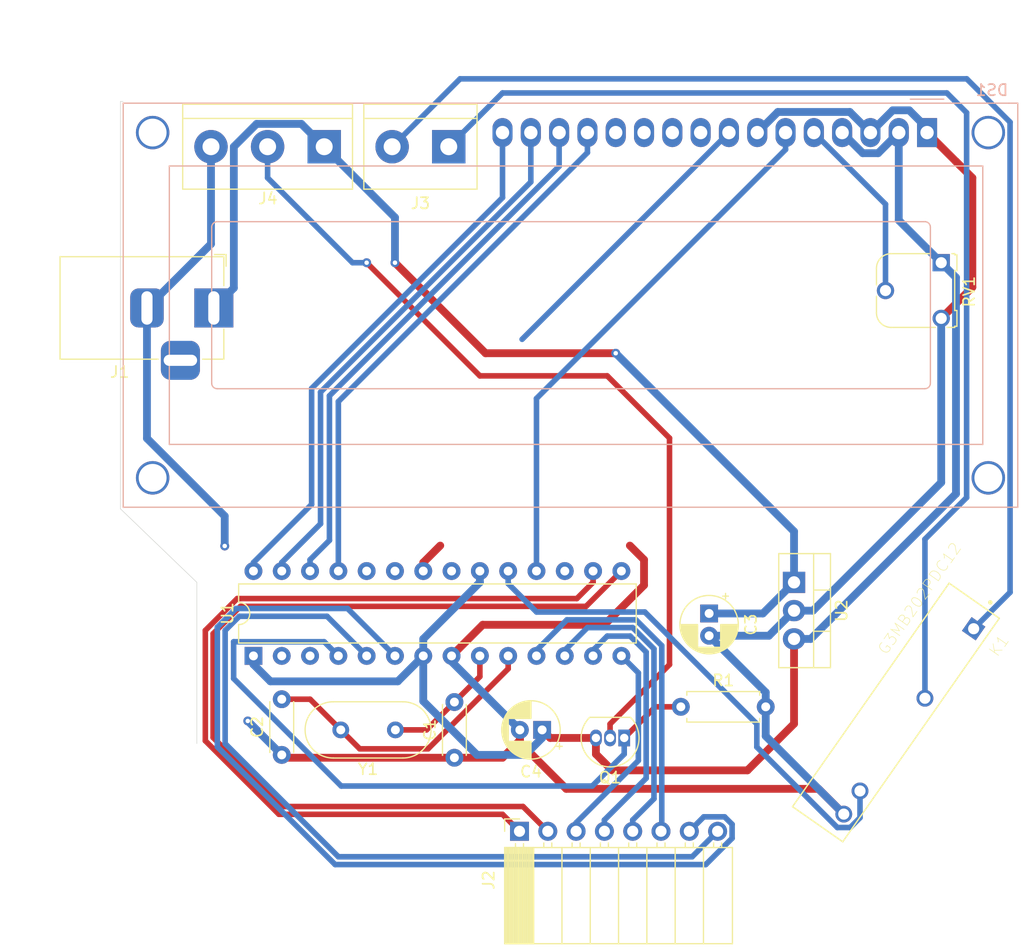
<source format=kicad_pcb>
(kicad_pcb (version 20171130) (host pcbnew "(5.1.8)-1")

  (general
    (thickness 1.6)
    (drawings 6)
    (tracks 222)
    (zones 0)
    (modules 16)
    (nets 35)
  )

  (page A4)
  (layers
    (0 F.Cu signal)
    (31 B.Cu signal)
    (32 B.Adhes user hide)
    (33 F.Adhes user hide)
    (34 B.Paste user hide)
    (35 F.Paste user hide)
    (36 B.SilkS user)
    (37 F.SilkS user)
    (38 B.Mask user hide)
    (39 F.Mask user hide)
    (40 Dwgs.User user)
    (41 Cmts.User user hide)
    (42 Eco1.User user hide)
    (43 Eco2.User user hide)
    (44 Edge.Cuts user)
    (45 Margin user hide)
    (46 B.CrtYd user hide)
    (47 F.CrtYd user hide)
    (48 B.Fab user hide)
    (49 F.Fab user hide)
  )

  (setup
    (last_trace_width 0.5)
    (user_trace_width 0.7)
    (trace_clearance 0.2)
    (zone_clearance 0.508)
    (zone_45_only no)
    (trace_min 0.2)
    (via_size 0.8)
    (via_drill 0.4)
    (via_min_size 0.4)
    (via_min_drill 0.3)
    (uvia_size 0.3)
    (uvia_drill 0.1)
    (uvias_allowed no)
    (uvia_min_size 0.2)
    (uvia_min_drill 0.1)
    (edge_width 0.05)
    (segment_width 0.2)
    (pcb_text_width 0.3)
    (pcb_text_size 1.5 1.5)
    (mod_edge_width 0.12)
    (mod_text_size 1 1)
    (mod_text_width 0.15)
    (pad_size 1.524 1.524)
    (pad_drill 0.762)
    (pad_to_mask_clearance 0)
    (aux_axis_origin 0 0)
    (visible_elements 7FFFFFFF)
    (pcbplotparams
      (layerselection 0x01000_ffffffff)
      (usegerberextensions false)
      (usegerberattributes true)
      (usegerberadvancedattributes true)
      (creategerberjobfile true)
      (excludeedgelayer true)
      (linewidth 0.500000)
      (plotframeref false)
      (viasonmask false)
      (mode 1)
      (useauxorigin false)
      (hpglpennumber 1)
      (hpglpenspeed 20)
      (hpglpendiameter 15.000000)
      (psnegative false)
      (psa4output false)
      (plotreference true)
      (plotvalue true)
      (plotinvisibletext false)
      (padsonsilk false)
      (subtractmaskfromsilk false)
      (outputformat 1)
      (mirror false)
      (drillshape 0)
      (scaleselection 1)
      (outputdirectory "plote/"))
  )

  (net 0 "")
  (net 1 Pino_2_int)
  (net 2 "Net-(C1-Pad2)")
  (net 3 "Net-(C2-Pad2)")
  (net 4 vcc_12v)
  (net 5 vcc)
  (net 6 "Net-(DS1-Pad5)")
  (net 7 Pino_12)
  (net 8 Pino_11)
  (net 9 "Net-(DS1-Pad9)")
  (net 10 "Net-(DS1-Pad10)")
  (net 11 "Net-(DS1-Pad11)")
  (net 12 "Net-(DS1-Pad12)")
  (net 13 Pino_16_A2)
  (net 14 Pino_17_A3)
  (net 15 Pino_18_A4)
  (net 16 Pino_19_A5)
  (net 17 Pino_10)
  (net 18 Pino_9)
  (net 19 Pino_8)
  (net 20 Pino_7)
  (net 21 Pino_6)
  (net 22 Pino_5)
  (net 23 Pino_4)
  (net 24 Pino_3)
  (net 25 "Net-(J3-Pad1)")
  (net 26 "Net-(J3-Pad2)")
  (net 27 "Net-(J4-Pad2)")
  (net 28 Pino_13)
  (net 29 "Net-(U1-Pad2)")
  (net 30 "Net-(U1-Pad3)")
  (net 31 "Net-(U1-Pad21)")
  (net 32 "Net-(U1-Pad23)")
  (net 33 "Net-(U1-Pad24)")
  (net 34 GND)

  (net_class Default "This is the default net class."
    (clearance 0.2)
    (trace_width 0.5)
    (via_dia 0.8)
    (via_drill 0.4)
    (uvia_dia 0.3)
    (uvia_drill 0.1)
    (add_net "Net-(C1-Pad2)")
    (add_net "Net-(C2-Pad2)")
    (add_net "Net-(DS1-Pad10)")
    (add_net "Net-(DS1-Pad11)")
    (add_net "Net-(DS1-Pad12)")
    (add_net "Net-(DS1-Pad5)")
    (add_net "Net-(DS1-Pad9)")
    (add_net "Net-(J3-Pad1)")
    (add_net "Net-(J3-Pad2)")
    (add_net "Net-(J4-Pad2)")
    (add_net "Net-(U1-Pad2)")
    (add_net "Net-(U1-Pad21)")
    (add_net "Net-(U1-Pad23)")
    (add_net "Net-(U1-Pad24)")
    (add_net "Net-(U1-Pad3)")
    (add_net Pino_10)
    (add_net Pino_11)
    (add_net Pino_12)
    (add_net Pino_13)
    (add_net Pino_16_A2)
    (add_net Pino_17_A3)
    (add_net Pino_18_A4)
    (add_net Pino_19_A5)
    (add_net Pino_2_int)
    (add_net Pino_3)
    (add_net Pino_4)
    (add_net Pino_5)
    (add_net Pino_6)
    (add_net Pino_7)
    (add_net Pino_8)
    (add_net Pino_9)
  )

  (net_class potecia ""
    (clearance 0.2)
    (trace_width 0.7)
    (via_dia 0.8)
    (via_drill 0.4)
    (uvia_dia 0.3)
    (uvia_drill 0.1)
    (add_net GND)
    (add_net vcc)
    (add_net vcc_12v)
  )

  (module Package_DIP:DIP-28_W7.62mm (layer F.Cu) (tedit 5A02E8C5) (tstamp 602865D0)
    (at 86.36 112.776 90)
    (descr "28-lead though-hole mounted DIP package, row spacing 7.62 mm (300 mils)")
    (tags "THT DIP DIL PDIP 2.54mm 7.62mm 300mil")
    (path /5FE22029)
    (fp_text reference U1 (at 3.81 -2.33 90) (layer F.SilkS)
      (effects (font (size 1 1) (thickness 0.15)))
    )
    (fp_text value ATmega328-PU (at 3.81 35.35 90) (layer F.Fab)
      (effects (font (size 1 1) (thickness 0.15)))
    )
    (fp_line (start 1.635 -1.27) (end 6.985 -1.27) (layer F.Fab) (width 0.1))
    (fp_line (start 6.985 -1.27) (end 6.985 34.29) (layer F.Fab) (width 0.1))
    (fp_line (start 6.985 34.29) (end 0.635 34.29) (layer F.Fab) (width 0.1))
    (fp_line (start 0.635 34.29) (end 0.635 -0.27) (layer F.Fab) (width 0.1))
    (fp_line (start 0.635 -0.27) (end 1.635 -1.27) (layer F.Fab) (width 0.1))
    (fp_line (start 2.81 -1.33) (end 1.16 -1.33) (layer F.SilkS) (width 0.12))
    (fp_line (start 1.16 -1.33) (end 1.16 34.35) (layer F.SilkS) (width 0.12))
    (fp_line (start 1.16 34.35) (end 6.46 34.35) (layer F.SilkS) (width 0.12))
    (fp_line (start 6.46 34.35) (end 6.46 -1.33) (layer F.SilkS) (width 0.12))
    (fp_line (start 6.46 -1.33) (end 4.81 -1.33) (layer F.SilkS) (width 0.12))
    (fp_line (start -1.1 -1.55) (end -1.1 34.55) (layer F.CrtYd) (width 0.05))
    (fp_line (start -1.1 34.55) (end 8.7 34.55) (layer F.CrtYd) (width 0.05))
    (fp_line (start 8.7 34.55) (end 8.7 -1.55) (layer F.CrtYd) (width 0.05))
    (fp_line (start 8.7 -1.55) (end -1.1 -1.55) (layer F.CrtYd) (width 0.05))
    (fp_arc (start 3.81 -1.33) (end 2.81 -1.33) (angle -180) (layer F.SilkS) (width 0.12))
    (fp_text user %R (at 3.81 16.51 90) (layer F.Fab)
      (effects (font (size 1 1) (thickness 0.15)))
    )
    (pad 1 thru_hole rect (at 0 0 90) (size 1.6 1.6) (drill 0.8) (layers *.Cu *.Mask)
      (net 5 vcc))
    (pad 15 thru_hole oval (at 7.62 33.02 90) (size 1.6 1.6) (drill 0.8) (layers *.Cu *.Mask)
      (net 18 Pino_9))
    (pad 2 thru_hole oval (at 0 2.54 90) (size 1.6 1.6) (drill 0.8) (layers *.Cu *.Mask)
      (net 29 "Net-(U1-Pad2)"))
    (pad 16 thru_hole oval (at 7.62 30.48 90) (size 1.6 1.6) (drill 0.8) (layers *.Cu *.Mask)
      (net 17 Pino_10))
    (pad 3 thru_hole oval (at 0 5.08 90) (size 1.6 1.6) (drill 0.8) (layers *.Cu *.Mask)
      (net 30 "Net-(U1-Pad3)"))
    (pad 17 thru_hole oval (at 7.62 27.94 90) (size 1.6 1.6) (drill 0.8) (layers *.Cu *.Mask)
      (net 8 Pino_11))
    (pad 4 thru_hole oval (at 0 7.62 90) (size 1.6 1.6) (drill 0.8) (layers *.Cu *.Mask)
      (net 1 Pino_2_int))
    (pad 18 thru_hole oval (at 7.62 25.4 90) (size 1.6 1.6) (drill 0.8) (layers *.Cu *.Mask)
      (net 7 Pino_12))
    (pad 5 thru_hole oval (at 0 10.16 90) (size 1.6 1.6) (drill 0.8) (layers *.Cu *.Mask)
      (net 24 Pino_3))
    (pad 19 thru_hole oval (at 7.62 22.86 90) (size 1.6 1.6) (drill 0.8) (layers *.Cu *.Mask)
      (net 28 Pino_13))
    (pad 6 thru_hole oval (at 0 12.7 90) (size 1.6 1.6) (drill 0.8) (layers *.Cu *.Mask)
      (net 23 Pino_4))
    (pad 20 thru_hole oval (at 7.62 20.32 90) (size 1.6 1.6) (drill 0.8) (layers *.Cu *.Mask)
      (net 5 vcc))
    (pad 7 thru_hole oval (at 0 15.24 90) (size 1.6 1.6) (drill 0.8) (layers *.Cu *.Mask)
      (net 5 vcc))
    (pad 21 thru_hole oval (at 7.62 17.78 90) (size 1.6 1.6) (drill 0.8) (layers *.Cu *.Mask)
      (net 31 "Net-(U1-Pad21)"))
    (pad 8 thru_hole oval (at 0 17.78 90) (size 1.6 1.6) (drill 0.8) (layers *.Cu *.Mask)
      (net 34 GND))
    (pad 22 thru_hole oval (at 7.62 15.24 90) (size 1.6 1.6) (drill 0.8) (layers *.Cu *.Mask)
      (net 34 GND))
    (pad 9 thru_hole oval (at 0 20.32 90) (size 1.6 1.6) (drill 0.8) (layers *.Cu *.Mask)
      (net 2 "Net-(C1-Pad2)"))
    (pad 23 thru_hole oval (at 7.62 12.7 90) (size 1.6 1.6) (drill 0.8) (layers *.Cu *.Mask)
      (net 32 "Net-(U1-Pad23)"))
    (pad 10 thru_hole oval (at 0 22.86 90) (size 1.6 1.6) (drill 0.8) (layers *.Cu *.Mask)
      (net 3 "Net-(C2-Pad2)"))
    (pad 24 thru_hole oval (at 7.62 10.16 90) (size 1.6 1.6) (drill 0.8) (layers *.Cu *.Mask)
      (net 33 "Net-(U1-Pad24)"))
    (pad 11 thru_hole oval (at 0 25.4 90) (size 1.6 1.6) (drill 0.8) (layers *.Cu *.Mask)
      (net 22 Pino_5))
    (pad 25 thru_hole oval (at 7.62 7.62 90) (size 1.6 1.6) (drill 0.8) (layers *.Cu *.Mask)
      (net 13 Pino_16_A2))
    (pad 12 thru_hole oval (at 0 27.94 90) (size 1.6 1.6) (drill 0.8) (layers *.Cu *.Mask)
      (net 21 Pino_6))
    (pad 26 thru_hole oval (at 7.62 5.08 90) (size 1.6 1.6) (drill 0.8) (layers *.Cu *.Mask)
      (net 14 Pino_17_A3))
    (pad 13 thru_hole oval (at 0 30.48 90) (size 1.6 1.6) (drill 0.8) (layers *.Cu *.Mask)
      (net 20 Pino_7))
    (pad 27 thru_hole oval (at 7.62 2.54 90) (size 1.6 1.6) (drill 0.8) (layers *.Cu *.Mask)
      (net 15 Pino_18_A4))
    (pad 14 thru_hole oval (at 0 33.02 90) (size 1.6 1.6) (drill 0.8) (layers *.Cu *.Mask)
      (net 19 Pino_8))
    (pad 28 thru_hole oval (at 7.62 0 90) (size 1.6 1.6) (drill 0.8) (layers *.Cu *.Mask)
      (net 16 Pino_19_A5))
    (model ${KISYS3DMOD}/Package_DIP.3dshapes/DIP-28_W7.62mm.wrl
      (at (xyz 0 0 0))
      (scale (xyz 1 1 1))
      (rotate (xyz 0 0 0))
    )
  )

  (module Display:WC1602A (layer B.Cu) (tedit 5A02FE80) (tstamp 6027FFE7)
    (at 146.812 65.786 180)
    (descr "LCD 16x2 http://www.wincomlcd.com/pdf/WC1602A-SFYLYHTC06.pdf")
    (tags "LCD 16x2 Alphanumeric 16pin")
    (path /5FE379E0)
    (fp_text reference DS1 (at -5.82 3.81) (layer B.SilkS)
      (effects (font (size 1 1) (thickness 0.15)) (justify mirror))
    )
    (fp_text value HY1602E (at -4.31 -34.66) (layer B.Fab)
      (effects (font (size 1 1) (thickness 0.15)) (justify mirror))
    )
    (fp_line (start -8.14 -33.64) (end 72.14 -33.64) (layer B.SilkS) (width 0.12))
    (fp_line (start 72.14 -33.64) (end 72.14 2.64) (layer B.SilkS) (width 0.12))
    (fp_line (start 72.14 2.64) (end -7.34 2.64) (layer B.SilkS) (width 0.12))
    (fp_line (start -8.14 2.64) (end -8.14 -33.64) (layer B.SilkS) (width 0.12))
    (fp_line (start -8.13 2.64) (end -7.34 2.64) (layer B.SilkS) (width 0.12))
    (fp_line (start -8.25 2.75) (end -8.25 -33.75) (layer B.CrtYd) (width 0.05))
    (fp_line (start -8.25 -33.75) (end 72.25 -33.75) (layer B.CrtYd) (width 0.05))
    (fp_line (start 72.25 2.75) (end 72.25 -33.75) (layer B.CrtYd) (width 0.05))
    (fp_line (start -1.5 3) (end 1.5 3) (layer B.SilkS) (width 0.12))
    (fp_line (start -8.25 2.75) (end 72.25 2.75) (layer B.CrtYd) (width 0.05))
    (fp_line (start 1 2.5) (end 0 1.5) (layer B.Fab) (width 0.1))
    (fp_line (start 0 1.5) (end -1 2.5) (layer B.Fab) (width 0.1))
    (fp_line (start -1 2.5) (end -8 2.5) (layer B.Fab) (width 0.1))
    (fp_line (start 0.2 -8) (end 63.7 -8) (layer B.SilkS) (width 0.12))
    (fp_line (start -0.29972 -22.49932) (end -0.29972 -8.5) (layer B.SilkS) (width 0.12))
    (fp_line (start 63.70066 -23) (end 0.2 -23) (layer B.SilkS) (width 0.12))
    (fp_line (start 64.2 -8.5) (end 64.2 -22.5) (layer B.SilkS) (width 0.12))
    (fp_line (start -5 -3) (end 68 -3) (layer B.SilkS) (width 0.12))
    (fp_line (start 68 -3) (end 68 -28) (layer B.SilkS) (width 0.12))
    (fp_line (start 68 -28) (end -5 -28) (layer B.SilkS) (width 0.12))
    (fp_line (start -5 -28) (end -5 -3) (layer B.SilkS) (width 0.12))
    (fp_line (start 1 2.5) (end 72 2.5) (layer B.Fab) (width 0.1))
    (fp_line (start 72 2.5) (end 72 -33.5) (layer B.Fab) (width 0.1))
    (fp_line (start 72 -33.5) (end -8 -33.5) (layer B.Fab) (width 0.1))
    (fp_line (start -8 -33.5) (end -8 2.5) (layer B.Fab) (width 0.1))
    (fp_text user %R (at 30.37 -14.74) (layer B.Fab)
      (effects (font (size 1 1) (thickness 0.1)) (justify mirror))
    )
    (fp_arc (start 63.7 -8.5) (end 63.7 -8) (angle -90) (layer B.SilkS) (width 0.12))
    (fp_arc (start 63.70066 -22.49932) (end 64.20104 -22.49932) (angle -90) (layer B.SilkS) (width 0.12))
    (fp_arc (start 0.20066 -22.49932) (end 0.20066 -22.9997) (angle -90) (layer B.SilkS) (width 0.12))
    (fp_arc (start 0.20066 -8.49884) (end -0.29972 -8.49884) (angle -90) (layer B.SilkS) (width 0.12))
    (pad 1 thru_hole rect (at 0 0 180) (size 1.8 2.6) (drill 1.2) (layers *.Cu *.Mask)
      (net 34 GND))
    (pad 2 thru_hole oval (at 2.54 0 180) (size 1.8 2.6) (drill 1.2) (layers *.Cu *.Mask)
      (net 5 vcc))
    (pad 3 thru_hole oval (at 5.08 0 180) (size 1.8 2.6) (drill 1.2) (layers *.Cu *.Mask)
      (net 34 GND))
    (pad 4 thru_hole oval (at 7.62 0 180) (size 1.8 2.6) (drill 1.2) (layers *.Cu *.Mask)
      (net 5 vcc))
    (pad 5 thru_hole oval (at 10.16 0 180) (size 1.8 2.6) (drill 1.2) (layers *.Cu *.Mask)
      (net 6 "Net-(DS1-Pad5)"))
    (pad 6 thru_hole oval (at 12.7 0 180) (size 1.8 2.6) (drill 1.2) (layers *.Cu *.Mask)
      (net 7 Pino_12))
    (pad 7 thru_hole oval (at 15.24 0 180) (size 1.8 2.6) (drill 1.2) (layers *.Cu *.Mask)
      (net 34 GND))
    (pad 8 thru_hole oval (at 17.78 0 180) (size 1.8 2.6) (drill 1.2) (layers *.Cu *.Mask)
      (net 8 Pino_11))
    (pad 9 thru_hole oval (at 20.32 0 180) (size 1.8 2.6) (drill 1.2) (layers *.Cu *.Mask)
      (net 9 "Net-(DS1-Pad9)"))
    (pad 10 thru_hole oval (at 22.86 0 180) (size 1.8 2.6) (drill 1.2) (layers *.Cu *.Mask)
      (net 10 "Net-(DS1-Pad10)"))
    (pad 11 thru_hole oval (at 25.4 0 180) (size 1.8 2.6) (drill 1.2) (layers *.Cu *.Mask)
      (net 11 "Net-(DS1-Pad11)"))
    (pad 12 thru_hole oval (at 27.94 0 180) (size 1.8 2.6) (drill 1.2) (layers *.Cu *.Mask)
      (net 12 "Net-(DS1-Pad12)"))
    (pad 13 thru_hole oval (at 30.48 0 180) (size 1.8 2.6) (drill 1.2) (layers *.Cu *.Mask)
      (net 13 Pino_16_A2))
    (pad 14 thru_hole oval (at 33.02 0 180) (size 1.8 2.6) (drill 1.2) (layers *.Cu *.Mask)
      (net 14 Pino_17_A3))
    (pad 15 thru_hole oval (at 35.56 0 180) (size 1.8 2.6) (drill 1.2) (layers *.Cu *.Mask)
      (net 15 Pino_18_A4))
    (pad 16 thru_hole oval (at 38.1 0 180) (size 1.8 2.6) (drill 1.2) (layers *.Cu *.Mask)
      (net 16 Pino_19_A5))
    (pad "" thru_hole circle (at -5.4991 0 180) (size 3 3) (drill 2.5) (layers *.Cu *.Mask))
    (pad "" thru_hole circle (at -5.4991 -31.0007 180) (size 3 3) (drill 2.5) (layers *.Cu *.Mask))
    (pad "" thru_hole circle (at 69.49948 -31.0007 180) (size 3 3) (drill 2.5) (layers *.Cu *.Mask))
    (pad "" thru_hole circle (at 69.5 0 180) (size 3 3) (drill 2.5) (layers *.Cu *.Mask))
    (model ${KISYS3DMOD}/Display.3dshapes/WC1602A.wrl
      (at (xyz 0 0 0))
      (scale (xyz 1 1 1))
      (rotate (xyz 0 0 0))
    )
  )

  (module G3MB202PDC12:RELAY_G3MB202PDC12 (layer F.Cu) (tedit 0) (tstamp 60280BF4)
    (at 144.018 117.856 235)
    (path /5FE33D30)
    (fp_text reference K1 (at -10.2246 -4.14091 55) (layer F.SilkS)
      (effects (font (size 1.00143 1.00143) (thickness 0.05)))
    )
    (fp_text value G3MB202PDC12 (at -9.6043 4.12759 55) (layer F.SilkS)
      (effects (font (size 1.00306 1.00306) (thickness 0.05)))
    )
    (fp_line (start 12.25 -2.75) (end -12.25 -2.75) (layer F.SilkS) (width 0.127))
    (fp_line (start -12.25 -2.75) (end -12.25 2.75) (layer F.SilkS) (width 0.127))
    (fp_line (start -12.25 2.75) (end 12.25 2.75) (layer F.SilkS) (width 0.127))
    (fp_line (start 12.25 2.75) (end 12.25 -2.75) (layer F.SilkS) (width 0.127))
    (fp_line (start 12.5 3) (end -12.5 3) (layer Eco1.User) (width 0.05))
    (fp_line (start -12.5 3) (end -12.5 -3) (layer Eco1.User) (width 0.05))
    (fp_line (start -12.5 -3) (end 12.5 -3) (layer Eco1.User) (width 0.05))
    (fp_line (start 12.5 -3) (end 12.5 3) (layer Eco1.User) (width 0.05))
    (fp_circle (center -12.954 -1.27) (end -12.854 -1.27) (layer F.SilkS) (width 0.2))
    (fp_line (start 12.25 -2.75) (end -12.25 -2.75) (layer Eco2.User) (width 0.127))
    (fp_line (start -12.25 -2.75) (end -12.25 2.75) (layer Eco2.User) (width 0.127))
    (fp_line (start -12.25 2.75) (end 12.25 2.75) (layer Eco2.User) (width 0.127))
    (fp_line (start 12.25 2.75) (end 12.25 -2.75) (layer Eco2.User) (width 0.127))
    (fp_circle (center -11.43 -1.27) (end -11.33 -1.27) (layer Eco2.User) (width 0.2))
    (pad 1 thru_hole rect (at -10.16 -1.4 55) (size 1.508 1.508) (drill 1) (layers *.Cu *.Mask)
      (net 26 "Net-(J3-Pad2)"))
    (pad 2 thru_hole circle (at -2.54 -1.4 55) (size 1.508 1.508) (drill 1) (layers *.Cu *.Mask)
      (net 25 "Net-(J3-Pad1)"))
    (pad 3 thru_hole circle (at 7.62 -1.4 55) (size 1.508 1.508) (drill 1) (layers *.Cu *.Mask)
      (net 28 Pino_13))
    (pad 4 thru_hole circle (at 10.16 -1.4 55) (size 1.508 1.508) (drill 1) (layers *.Cu *.Mask)
      (net 34 GND))
  )

  (module Package_TO_SOT_THT:TO-92_Inline (layer F.Cu) (tedit 5A1DD157) (tstamp 60285F65)
    (at 119.634 120.142 180)
    (descr "TO-92 leads in-line, narrow, oval pads, drill 0.75mm (see NXP sot054_po.pdf)")
    (tags "to-92 sc-43 sc-43a sot54 PA33 transistor")
    (path /6027C46B)
    (fp_text reference Q1 (at 1.27 -3.56) (layer F.SilkS)
      (effects (font (size 1 1) (thickness 0.15)))
    )
    (fp_text value 2N7000 (at 1.27 2.79) (layer F.Fab)
      (effects (font (size 1 1) (thickness 0.15)))
    )
    (fp_line (start 4 2.01) (end -1.46 2.01) (layer F.CrtYd) (width 0.05))
    (fp_line (start 4 2.01) (end 4 -2.73) (layer F.CrtYd) (width 0.05))
    (fp_line (start -1.46 -2.73) (end -1.46 2.01) (layer F.CrtYd) (width 0.05))
    (fp_line (start -1.46 -2.73) (end 4 -2.73) (layer F.CrtYd) (width 0.05))
    (fp_line (start -0.5 1.75) (end 3 1.75) (layer F.Fab) (width 0.1))
    (fp_line (start -0.53 1.85) (end 3.07 1.85) (layer F.SilkS) (width 0.12))
    (fp_arc (start 1.27 0) (end 1.27 -2.6) (angle 135) (layer F.SilkS) (width 0.12))
    (fp_arc (start 1.27 0) (end 1.27 -2.48) (angle -135) (layer F.Fab) (width 0.1))
    (fp_arc (start 1.27 0) (end 1.27 -2.6) (angle -135) (layer F.SilkS) (width 0.12))
    (fp_arc (start 1.27 0) (end 1.27 -2.48) (angle 135) (layer F.Fab) (width 0.1))
    (fp_text user %R (at 1.27 0) (layer F.Fab)
      (effects (font (size 1 1) (thickness 0.15)))
    )
    (pad 1 thru_hole rect (at 0 0 180) (size 1.05 1.5) (drill 0.75) (layers *.Cu *.Mask)
      (net 1 Pino_2_int))
    (pad 3 thru_hole oval (at 2.54 0 180) (size 1.05 1.5) (drill 0.75) (layers *.Cu *.Mask)
      (net 5 vcc))
    (pad 2 thru_hole oval (at 1.27 0 180) (size 1.05 1.5) (drill 0.75) (layers *.Cu *.Mask)
      (net 27 "Net-(J4-Pad2)"))
    (model ${KISYS3DMOD}/Package_TO_SOT_THT.3dshapes/TO-92_Inline.wrl
      (at (xyz 0 0 0))
      (scale (xyz 1 1 1))
      (rotate (xyz 0 0 0))
    )
  )

  (module Capacitor_THT:C_Disc_D4.3mm_W1.9mm_P5.00mm (layer F.Cu) (tedit 5AE50EF0) (tstamp 602E865B)
    (at 104.394 121.92 90)
    (descr "C, Disc series, Radial, pin pitch=5.00mm, , diameter*width=4.3*1.9mm^2, Capacitor, http://www.vishay.com/docs/45233/krseries.pdf")
    (tags "C Disc series Radial pin pitch 5.00mm  diameter 4.3mm width 1.9mm Capacitor")
    (path /5FE28A1C)
    (fp_text reference C1 (at 2.5 -2.2 90) (layer F.SilkS)
      (effects (font (size 1 1) (thickness 0.15)))
    )
    (fp_text value C (at 2.5 2.2 90) (layer F.Fab)
      (effects (font (size 1 1) (thickness 0.15)))
    )
    (fp_line (start 0.35 -0.95) (end 0.35 0.95) (layer F.Fab) (width 0.1))
    (fp_line (start 0.35 0.95) (end 4.65 0.95) (layer F.Fab) (width 0.1))
    (fp_line (start 4.65 0.95) (end 4.65 -0.95) (layer F.Fab) (width 0.1))
    (fp_line (start 4.65 -0.95) (end 0.35 -0.95) (layer F.Fab) (width 0.1))
    (fp_line (start 0.23 -1.07) (end 4.77 -1.07) (layer F.SilkS) (width 0.12))
    (fp_line (start 0.23 1.07) (end 4.77 1.07) (layer F.SilkS) (width 0.12))
    (fp_line (start 0.23 -1.07) (end 0.23 -1.055) (layer F.SilkS) (width 0.12))
    (fp_line (start 0.23 1.055) (end 0.23 1.07) (layer F.SilkS) (width 0.12))
    (fp_line (start 4.77 -1.07) (end 4.77 -1.055) (layer F.SilkS) (width 0.12))
    (fp_line (start 4.77 1.055) (end 4.77 1.07) (layer F.SilkS) (width 0.12))
    (fp_line (start -1.05 -1.2) (end -1.05 1.2) (layer F.CrtYd) (width 0.05))
    (fp_line (start -1.05 1.2) (end 6.05 1.2) (layer F.CrtYd) (width 0.05))
    (fp_line (start 6.05 1.2) (end 6.05 -1.2) (layer F.CrtYd) (width 0.05))
    (fp_line (start 6.05 -1.2) (end -1.05 -1.2) (layer F.CrtYd) (width 0.05))
    (fp_text user %R (at 2.5 0 90) (layer F.Fab)
      (effects (font (size 0.86 0.86) (thickness 0.129)))
    )
    (pad 1 thru_hole circle (at 0 0 90) (size 1.6 1.6) (drill 0.8) (layers *.Cu *.Mask)
      (net 34 GND))
    (pad 2 thru_hole circle (at 5 0 90) (size 1.6 1.6) (drill 0.8) (layers *.Cu *.Mask)
      (net 2 "Net-(C1-Pad2)"))
    (model ${KISYS3DMOD}/Capacitor_THT.3dshapes/C_Disc_D4.3mm_W1.9mm_P5.00mm.wrl
      (at (xyz 0 0 0))
      (scale (xyz 1 1 1))
      (rotate (xyz 0 0 0))
    )
  )

  (module Capacitor_THT:C_Disc_D4.3mm_W1.9mm_P5.00mm (layer F.Cu) (tedit 5AE50EF0) (tstamp 60283E7E)
    (at 88.9 121.666 90)
    (descr "C, Disc series, Radial, pin pitch=5.00mm, , diameter*width=4.3*1.9mm^2, Capacitor, http://www.vishay.com/docs/45233/krseries.pdf")
    (tags "C Disc series Radial pin pitch 5.00mm  diameter 4.3mm width 1.9mm Capacitor")
    (path /5FE293F2)
    (fp_text reference C2 (at 2.5 -2.2 90) (layer F.SilkS)
      (effects (font (size 1 1) (thickness 0.15)))
    )
    (fp_text value C (at 2.5 2.2 90) (layer F.Fab)
      (effects (font (size 1 1) (thickness 0.15)))
    )
    (fp_line (start 6.05 -1.2) (end -1.05 -1.2) (layer F.CrtYd) (width 0.05))
    (fp_line (start 6.05 1.2) (end 6.05 -1.2) (layer F.CrtYd) (width 0.05))
    (fp_line (start -1.05 1.2) (end 6.05 1.2) (layer F.CrtYd) (width 0.05))
    (fp_line (start -1.05 -1.2) (end -1.05 1.2) (layer F.CrtYd) (width 0.05))
    (fp_line (start 4.77 1.055) (end 4.77 1.07) (layer F.SilkS) (width 0.12))
    (fp_line (start 4.77 -1.07) (end 4.77 -1.055) (layer F.SilkS) (width 0.12))
    (fp_line (start 0.23 1.055) (end 0.23 1.07) (layer F.SilkS) (width 0.12))
    (fp_line (start 0.23 -1.07) (end 0.23 -1.055) (layer F.SilkS) (width 0.12))
    (fp_line (start 0.23 1.07) (end 4.77 1.07) (layer F.SilkS) (width 0.12))
    (fp_line (start 0.23 -1.07) (end 4.77 -1.07) (layer F.SilkS) (width 0.12))
    (fp_line (start 4.65 -0.95) (end 0.35 -0.95) (layer F.Fab) (width 0.1))
    (fp_line (start 4.65 0.95) (end 4.65 -0.95) (layer F.Fab) (width 0.1))
    (fp_line (start 0.35 0.95) (end 4.65 0.95) (layer F.Fab) (width 0.1))
    (fp_line (start 0.35 -0.95) (end 0.35 0.95) (layer F.Fab) (width 0.1))
    (fp_text user %R (at 2.5 0 270) (layer F.Fab)
      (effects (font (size 0.86 0.86) (thickness 0.129)))
    )
    (pad 2 thru_hole circle (at 5 0 90) (size 1.6 1.6) (drill 0.8) (layers *.Cu *.Mask)
      (net 3 "Net-(C2-Pad2)"))
    (pad 1 thru_hole circle (at 0 0 90) (size 1.6 1.6) (drill 0.8) (layers *.Cu *.Mask)
      (net 34 GND))
    (model ${KISYS3DMOD}/Capacitor_THT.3dshapes/C_Disc_D4.3mm_W1.9mm_P5.00mm.wrl
      (at (xyz 0 0 0))
      (scale (xyz 1 1 1))
      (rotate (xyz 0 0 0))
    )
  )

  (module Capacitor_THT:CP_Radial_D5.0mm_P2.00mm (layer F.Cu) (tedit 5AE50EF0) (tstamp 60281CF4)
    (at 127.254 108.966 270)
    (descr "CP, Radial series, Radial, pin pitch=2.00mm, , diameter=5mm, Electrolytic Capacitor")
    (tags "CP Radial series Radial pin pitch 2.00mm  diameter 5mm Electrolytic Capacitor")
    (path /5FF8A6BB)
    (fp_text reference C3 (at 1 -3.75 90) (layer F.SilkS)
      (effects (font (size 1 1) (thickness 0.15)))
    )
    (fp_text value C (at 1 3.75 90) (layer F.Fab)
      (effects (font (size 1 1) (thickness 0.15)))
    )
    (fp_circle (center 1 0) (end 3.5 0) (layer F.Fab) (width 0.1))
    (fp_circle (center 1 0) (end 3.62 0) (layer F.SilkS) (width 0.12))
    (fp_circle (center 1 0) (end 3.75 0) (layer F.CrtYd) (width 0.05))
    (fp_line (start -1.133605 -1.0875) (end -0.633605 -1.0875) (layer F.Fab) (width 0.1))
    (fp_line (start -0.883605 -1.3375) (end -0.883605 -0.8375) (layer F.Fab) (width 0.1))
    (fp_line (start 1 1.04) (end 1 2.58) (layer F.SilkS) (width 0.12))
    (fp_line (start 1 -2.58) (end 1 -1.04) (layer F.SilkS) (width 0.12))
    (fp_line (start 1.04 1.04) (end 1.04 2.58) (layer F.SilkS) (width 0.12))
    (fp_line (start 1.04 -2.58) (end 1.04 -1.04) (layer F.SilkS) (width 0.12))
    (fp_line (start 1.08 -2.579) (end 1.08 -1.04) (layer F.SilkS) (width 0.12))
    (fp_line (start 1.08 1.04) (end 1.08 2.579) (layer F.SilkS) (width 0.12))
    (fp_line (start 1.12 -2.578) (end 1.12 -1.04) (layer F.SilkS) (width 0.12))
    (fp_line (start 1.12 1.04) (end 1.12 2.578) (layer F.SilkS) (width 0.12))
    (fp_line (start 1.16 -2.576) (end 1.16 -1.04) (layer F.SilkS) (width 0.12))
    (fp_line (start 1.16 1.04) (end 1.16 2.576) (layer F.SilkS) (width 0.12))
    (fp_line (start 1.2 -2.573) (end 1.2 -1.04) (layer F.SilkS) (width 0.12))
    (fp_line (start 1.2 1.04) (end 1.2 2.573) (layer F.SilkS) (width 0.12))
    (fp_line (start 1.24 -2.569) (end 1.24 -1.04) (layer F.SilkS) (width 0.12))
    (fp_line (start 1.24 1.04) (end 1.24 2.569) (layer F.SilkS) (width 0.12))
    (fp_line (start 1.28 -2.565) (end 1.28 -1.04) (layer F.SilkS) (width 0.12))
    (fp_line (start 1.28 1.04) (end 1.28 2.565) (layer F.SilkS) (width 0.12))
    (fp_line (start 1.32 -2.561) (end 1.32 -1.04) (layer F.SilkS) (width 0.12))
    (fp_line (start 1.32 1.04) (end 1.32 2.561) (layer F.SilkS) (width 0.12))
    (fp_line (start 1.36 -2.556) (end 1.36 -1.04) (layer F.SilkS) (width 0.12))
    (fp_line (start 1.36 1.04) (end 1.36 2.556) (layer F.SilkS) (width 0.12))
    (fp_line (start 1.4 -2.55) (end 1.4 -1.04) (layer F.SilkS) (width 0.12))
    (fp_line (start 1.4 1.04) (end 1.4 2.55) (layer F.SilkS) (width 0.12))
    (fp_line (start 1.44 -2.543) (end 1.44 -1.04) (layer F.SilkS) (width 0.12))
    (fp_line (start 1.44 1.04) (end 1.44 2.543) (layer F.SilkS) (width 0.12))
    (fp_line (start 1.48 -2.536) (end 1.48 -1.04) (layer F.SilkS) (width 0.12))
    (fp_line (start 1.48 1.04) (end 1.48 2.536) (layer F.SilkS) (width 0.12))
    (fp_line (start 1.52 -2.528) (end 1.52 -1.04) (layer F.SilkS) (width 0.12))
    (fp_line (start 1.52 1.04) (end 1.52 2.528) (layer F.SilkS) (width 0.12))
    (fp_line (start 1.56 -2.52) (end 1.56 -1.04) (layer F.SilkS) (width 0.12))
    (fp_line (start 1.56 1.04) (end 1.56 2.52) (layer F.SilkS) (width 0.12))
    (fp_line (start 1.6 -2.511) (end 1.6 -1.04) (layer F.SilkS) (width 0.12))
    (fp_line (start 1.6 1.04) (end 1.6 2.511) (layer F.SilkS) (width 0.12))
    (fp_line (start 1.64 -2.501) (end 1.64 -1.04) (layer F.SilkS) (width 0.12))
    (fp_line (start 1.64 1.04) (end 1.64 2.501) (layer F.SilkS) (width 0.12))
    (fp_line (start 1.68 -2.491) (end 1.68 -1.04) (layer F.SilkS) (width 0.12))
    (fp_line (start 1.68 1.04) (end 1.68 2.491) (layer F.SilkS) (width 0.12))
    (fp_line (start 1.721 -2.48) (end 1.721 -1.04) (layer F.SilkS) (width 0.12))
    (fp_line (start 1.721 1.04) (end 1.721 2.48) (layer F.SilkS) (width 0.12))
    (fp_line (start 1.761 -2.468) (end 1.761 -1.04) (layer F.SilkS) (width 0.12))
    (fp_line (start 1.761 1.04) (end 1.761 2.468) (layer F.SilkS) (width 0.12))
    (fp_line (start 1.801 -2.455) (end 1.801 -1.04) (layer F.SilkS) (width 0.12))
    (fp_line (start 1.801 1.04) (end 1.801 2.455) (layer F.SilkS) (width 0.12))
    (fp_line (start 1.841 -2.442) (end 1.841 -1.04) (layer F.SilkS) (width 0.12))
    (fp_line (start 1.841 1.04) (end 1.841 2.442) (layer F.SilkS) (width 0.12))
    (fp_line (start 1.881 -2.428) (end 1.881 -1.04) (layer F.SilkS) (width 0.12))
    (fp_line (start 1.881 1.04) (end 1.881 2.428) (layer F.SilkS) (width 0.12))
    (fp_line (start 1.921 -2.414) (end 1.921 -1.04) (layer F.SilkS) (width 0.12))
    (fp_line (start 1.921 1.04) (end 1.921 2.414) (layer F.SilkS) (width 0.12))
    (fp_line (start 1.961 -2.398) (end 1.961 -1.04) (layer F.SilkS) (width 0.12))
    (fp_line (start 1.961 1.04) (end 1.961 2.398) (layer F.SilkS) (width 0.12))
    (fp_line (start 2.001 -2.382) (end 2.001 -1.04) (layer F.SilkS) (width 0.12))
    (fp_line (start 2.001 1.04) (end 2.001 2.382) (layer F.SilkS) (width 0.12))
    (fp_line (start 2.041 -2.365) (end 2.041 -1.04) (layer F.SilkS) (width 0.12))
    (fp_line (start 2.041 1.04) (end 2.041 2.365) (layer F.SilkS) (width 0.12))
    (fp_line (start 2.081 -2.348) (end 2.081 -1.04) (layer F.SilkS) (width 0.12))
    (fp_line (start 2.081 1.04) (end 2.081 2.348) (layer F.SilkS) (width 0.12))
    (fp_line (start 2.121 -2.329) (end 2.121 -1.04) (layer F.SilkS) (width 0.12))
    (fp_line (start 2.121 1.04) (end 2.121 2.329) (layer F.SilkS) (width 0.12))
    (fp_line (start 2.161 -2.31) (end 2.161 -1.04) (layer F.SilkS) (width 0.12))
    (fp_line (start 2.161 1.04) (end 2.161 2.31) (layer F.SilkS) (width 0.12))
    (fp_line (start 2.201 -2.29) (end 2.201 -1.04) (layer F.SilkS) (width 0.12))
    (fp_line (start 2.201 1.04) (end 2.201 2.29) (layer F.SilkS) (width 0.12))
    (fp_line (start 2.241 -2.268) (end 2.241 -1.04) (layer F.SilkS) (width 0.12))
    (fp_line (start 2.241 1.04) (end 2.241 2.268) (layer F.SilkS) (width 0.12))
    (fp_line (start 2.281 -2.247) (end 2.281 -1.04) (layer F.SilkS) (width 0.12))
    (fp_line (start 2.281 1.04) (end 2.281 2.247) (layer F.SilkS) (width 0.12))
    (fp_line (start 2.321 -2.224) (end 2.321 -1.04) (layer F.SilkS) (width 0.12))
    (fp_line (start 2.321 1.04) (end 2.321 2.224) (layer F.SilkS) (width 0.12))
    (fp_line (start 2.361 -2.2) (end 2.361 -1.04) (layer F.SilkS) (width 0.12))
    (fp_line (start 2.361 1.04) (end 2.361 2.2) (layer F.SilkS) (width 0.12))
    (fp_line (start 2.401 -2.175) (end 2.401 -1.04) (layer F.SilkS) (width 0.12))
    (fp_line (start 2.401 1.04) (end 2.401 2.175) (layer F.SilkS) (width 0.12))
    (fp_line (start 2.441 -2.149) (end 2.441 -1.04) (layer F.SilkS) (width 0.12))
    (fp_line (start 2.441 1.04) (end 2.441 2.149) (layer F.SilkS) (width 0.12))
    (fp_line (start 2.481 -2.122) (end 2.481 -1.04) (layer F.SilkS) (width 0.12))
    (fp_line (start 2.481 1.04) (end 2.481 2.122) (layer F.SilkS) (width 0.12))
    (fp_line (start 2.521 -2.095) (end 2.521 -1.04) (layer F.SilkS) (width 0.12))
    (fp_line (start 2.521 1.04) (end 2.521 2.095) (layer F.SilkS) (width 0.12))
    (fp_line (start 2.561 -2.065) (end 2.561 -1.04) (layer F.SilkS) (width 0.12))
    (fp_line (start 2.561 1.04) (end 2.561 2.065) (layer F.SilkS) (width 0.12))
    (fp_line (start 2.601 -2.035) (end 2.601 -1.04) (layer F.SilkS) (width 0.12))
    (fp_line (start 2.601 1.04) (end 2.601 2.035) (layer F.SilkS) (width 0.12))
    (fp_line (start 2.641 -2.004) (end 2.641 -1.04) (layer F.SilkS) (width 0.12))
    (fp_line (start 2.641 1.04) (end 2.641 2.004) (layer F.SilkS) (width 0.12))
    (fp_line (start 2.681 -1.971) (end 2.681 -1.04) (layer F.SilkS) (width 0.12))
    (fp_line (start 2.681 1.04) (end 2.681 1.971) (layer F.SilkS) (width 0.12))
    (fp_line (start 2.721 -1.937) (end 2.721 -1.04) (layer F.SilkS) (width 0.12))
    (fp_line (start 2.721 1.04) (end 2.721 1.937) (layer F.SilkS) (width 0.12))
    (fp_line (start 2.761 -1.901) (end 2.761 -1.04) (layer F.SilkS) (width 0.12))
    (fp_line (start 2.761 1.04) (end 2.761 1.901) (layer F.SilkS) (width 0.12))
    (fp_line (start 2.801 -1.864) (end 2.801 -1.04) (layer F.SilkS) (width 0.12))
    (fp_line (start 2.801 1.04) (end 2.801 1.864) (layer F.SilkS) (width 0.12))
    (fp_line (start 2.841 -1.826) (end 2.841 -1.04) (layer F.SilkS) (width 0.12))
    (fp_line (start 2.841 1.04) (end 2.841 1.826) (layer F.SilkS) (width 0.12))
    (fp_line (start 2.881 -1.785) (end 2.881 -1.04) (layer F.SilkS) (width 0.12))
    (fp_line (start 2.881 1.04) (end 2.881 1.785) (layer F.SilkS) (width 0.12))
    (fp_line (start 2.921 -1.743) (end 2.921 -1.04) (layer F.SilkS) (width 0.12))
    (fp_line (start 2.921 1.04) (end 2.921 1.743) (layer F.SilkS) (width 0.12))
    (fp_line (start 2.961 -1.699) (end 2.961 -1.04) (layer F.SilkS) (width 0.12))
    (fp_line (start 2.961 1.04) (end 2.961 1.699) (layer F.SilkS) (width 0.12))
    (fp_line (start 3.001 -1.653) (end 3.001 -1.04) (layer F.SilkS) (width 0.12))
    (fp_line (start 3.001 1.04) (end 3.001 1.653) (layer F.SilkS) (width 0.12))
    (fp_line (start 3.041 -1.605) (end 3.041 1.605) (layer F.SilkS) (width 0.12))
    (fp_line (start 3.081 -1.554) (end 3.081 1.554) (layer F.SilkS) (width 0.12))
    (fp_line (start 3.121 -1.5) (end 3.121 1.5) (layer F.SilkS) (width 0.12))
    (fp_line (start 3.161 -1.443) (end 3.161 1.443) (layer F.SilkS) (width 0.12))
    (fp_line (start 3.201 -1.383) (end 3.201 1.383) (layer F.SilkS) (width 0.12))
    (fp_line (start 3.241 -1.319) (end 3.241 1.319) (layer F.SilkS) (width 0.12))
    (fp_line (start 3.281 -1.251) (end 3.281 1.251) (layer F.SilkS) (width 0.12))
    (fp_line (start 3.321 -1.178) (end 3.321 1.178) (layer F.SilkS) (width 0.12))
    (fp_line (start 3.361 -1.098) (end 3.361 1.098) (layer F.SilkS) (width 0.12))
    (fp_line (start 3.401 -1.011) (end 3.401 1.011) (layer F.SilkS) (width 0.12))
    (fp_line (start 3.441 -0.915) (end 3.441 0.915) (layer F.SilkS) (width 0.12))
    (fp_line (start 3.481 -0.805) (end 3.481 0.805) (layer F.SilkS) (width 0.12))
    (fp_line (start 3.521 -0.677) (end 3.521 0.677) (layer F.SilkS) (width 0.12))
    (fp_line (start 3.561 -0.518) (end 3.561 0.518) (layer F.SilkS) (width 0.12))
    (fp_line (start 3.601 -0.284) (end 3.601 0.284) (layer F.SilkS) (width 0.12))
    (fp_line (start -1.804775 -1.475) (end -1.304775 -1.475) (layer F.SilkS) (width 0.12))
    (fp_line (start -1.554775 -1.725) (end -1.554775 -1.225) (layer F.SilkS) (width 0.12))
    (fp_text user %R (at 1 0 90) (layer F.Fab)
      (effects (font (size 1 1) (thickness 0.15)))
    )
    (pad 1 thru_hole rect (at 0 0 270) (size 1.6 1.6) (drill 0.8) (layers *.Cu *.Mask)
      (net 4 vcc_12v))
    (pad 2 thru_hole circle (at 2 0 270) (size 1.6 1.6) (drill 0.8) (layers *.Cu *.Mask)
      (net 34 GND))
    (model ${KISYS3DMOD}/Capacitor_THT.3dshapes/CP_Radial_D5.0mm_P2.00mm.wrl
      (at (xyz 0 0 0))
      (scale (xyz 1 1 1))
      (rotate (xyz 0 0 0))
    )
  )

  (module Capacitor_THT:CP_Radial_D5.0mm_P2.00mm (layer F.Cu) (tedit 5AE50EF0) (tstamp 60286009)
    (at 112.268 119.42 180)
    (descr "CP, Radial series, Radial, pin pitch=2.00mm, , diameter=5mm, Electrolytic Capacitor")
    (tags "CP Radial series Radial pin pitch 2.00mm  diameter 5mm Electrolytic Capacitor")
    (path /5FF9305F)
    (fp_text reference C4 (at 1 -3.75) (layer F.SilkS)
      (effects (font (size 1 1) (thickness 0.15)))
    )
    (fp_text value C (at 1 3.75) (layer F.Fab)
      (effects (font (size 1 1) (thickness 0.15)))
    )
    (fp_line (start -1.554775 -1.725) (end -1.554775 -1.225) (layer F.SilkS) (width 0.12))
    (fp_line (start -1.804775 -1.475) (end -1.304775 -1.475) (layer F.SilkS) (width 0.12))
    (fp_line (start 3.601 -0.284) (end 3.601 0.284) (layer F.SilkS) (width 0.12))
    (fp_line (start 3.561 -0.518) (end 3.561 0.518) (layer F.SilkS) (width 0.12))
    (fp_line (start 3.521 -0.677) (end 3.521 0.677) (layer F.SilkS) (width 0.12))
    (fp_line (start 3.481 -0.805) (end 3.481 0.805) (layer F.SilkS) (width 0.12))
    (fp_line (start 3.441 -0.915) (end 3.441 0.915) (layer F.SilkS) (width 0.12))
    (fp_line (start 3.401 -1.011) (end 3.401 1.011) (layer F.SilkS) (width 0.12))
    (fp_line (start 3.361 -1.098) (end 3.361 1.098) (layer F.SilkS) (width 0.12))
    (fp_line (start 3.321 -1.178) (end 3.321 1.178) (layer F.SilkS) (width 0.12))
    (fp_line (start 3.281 -1.251) (end 3.281 1.251) (layer F.SilkS) (width 0.12))
    (fp_line (start 3.241 -1.319) (end 3.241 1.319) (layer F.SilkS) (width 0.12))
    (fp_line (start 3.201 -1.383) (end 3.201 1.383) (layer F.SilkS) (width 0.12))
    (fp_line (start 3.161 -1.443) (end 3.161 1.443) (layer F.SilkS) (width 0.12))
    (fp_line (start 3.121 -1.5) (end 3.121 1.5) (layer F.SilkS) (width 0.12))
    (fp_line (start 3.081 -1.554) (end 3.081 1.554) (layer F.SilkS) (width 0.12))
    (fp_line (start 3.041 -1.605) (end 3.041 1.605) (layer F.SilkS) (width 0.12))
    (fp_line (start 3.001 1.04) (end 3.001 1.653) (layer F.SilkS) (width 0.12))
    (fp_line (start 3.001 -1.653) (end 3.001 -1.04) (layer F.SilkS) (width 0.12))
    (fp_line (start 2.961 1.04) (end 2.961 1.699) (layer F.SilkS) (width 0.12))
    (fp_line (start 2.961 -1.699) (end 2.961 -1.04) (layer F.SilkS) (width 0.12))
    (fp_line (start 2.921 1.04) (end 2.921 1.743) (layer F.SilkS) (width 0.12))
    (fp_line (start 2.921 -1.743) (end 2.921 -1.04) (layer F.SilkS) (width 0.12))
    (fp_line (start 2.881 1.04) (end 2.881 1.785) (layer F.SilkS) (width 0.12))
    (fp_line (start 2.881 -1.785) (end 2.881 -1.04) (layer F.SilkS) (width 0.12))
    (fp_line (start 2.841 1.04) (end 2.841 1.826) (layer F.SilkS) (width 0.12))
    (fp_line (start 2.841 -1.826) (end 2.841 -1.04) (layer F.SilkS) (width 0.12))
    (fp_line (start 2.801 1.04) (end 2.801 1.864) (layer F.SilkS) (width 0.12))
    (fp_line (start 2.801 -1.864) (end 2.801 -1.04) (layer F.SilkS) (width 0.12))
    (fp_line (start 2.761 1.04) (end 2.761 1.901) (layer F.SilkS) (width 0.12))
    (fp_line (start 2.761 -1.901) (end 2.761 -1.04) (layer F.SilkS) (width 0.12))
    (fp_line (start 2.721 1.04) (end 2.721 1.937) (layer F.SilkS) (width 0.12))
    (fp_line (start 2.721 -1.937) (end 2.721 -1.04) (layer F.SilkS) (width 0.12))
    (fp_line (start 2.681 1.04) (end 2.681 1.971) (layer F.SilkS) (width 0.12))
    (fp_line (start 2.681 -1.971) (end 2.681 -1.04) (layer F.SilkS) (width 0.12))
    (fp_line (start 2.641 1.04) (end 2.641 2.004) (layer F.SilkS) (width 0.12))
    (fp_line (start 2.641 -2.004) (end 2.641 -1.04) (layer F.SilkS) (width 0.12))
    (fp_line (start 2.601 1.04) (end 2.601 2.035) (layer F.SilkS) (width 0.12))
    (fp_line (start 2.601 -2.035) (end 2.601 -1.04) (layer F.SilkS) (width 0.12))
    (fp_line (start 2.561 1.04) (end 2.561 2.065) (layer F.SilkS) (width 0.12))
    (fp_line (start 2.561 -2.065) (end 2.561 -1.04) (layer F.SilkS) (width 0.12))
    (fp_line (start 2.521 1.04) (end 2.521 2.095) (layer F.SilkS) (width 0.12))
    (fp_line (start 2.521 -2.095) (end 2.521 -1.04) (layer F.SilkS) (width 0.12))
    (fp_line (start 2.481 1.04) (end 2.481 2.122) (layer F.SilkS) (width 0.12))
    (fp_line (start 2.481 -2.122) (end 2.481 -1.04) (layer F.SilkS) (width 0.12))
    (fp_line (start 2.441 1.04) (end 2.441 2.149) (layer F.SilkS) (width 0.12))
    (fp_line (start 2.441 -2.149) (end 2.441 -1.04) (layer F.SilkS) (width 0.12))
    (fp_line (start 2.401 1.04) (end 2.401 2.175) (layer F.SilkS) (width 0.12))
    (fp_line (start 2.401 -2.175) (end 2.401 -1.04) (layer F.SilkS) (width 0.12))
    (fp_line (start 2.361 1.04) (end 2.361 2.2) (layer F.SilkS) (width 0.12))
    (fp_line (start 2.361 -2.2) (end 2.361 -1.04) (layer F.SilkS) (width 0.12))
    (fp_line (start 2.321 1.04) (end 2.321 2.224) (layer F.SilkS) (width 0.12))
    (fp_line (start 2.321 -2.224) (end 2.321 -1.04) (layer F.SilkS) (width 0.12))
    (fp_line (start 2.281 1.04) (end 2.281 2.247) (layer F.SilkS) (width 0.12))
    (fp_line (start 2.281 -2.247) (end 2.281 -1.04) (layer F.SilkS) (width 0.12))
    (fp_line (start 2.241 1.04) (end 2.241 2.268) (layer F.SilkS) (width 0.12))
    (fp_line (start 2.241 -2.268) (end 2.241 -1.04) (layer F.SilkS) (width 0.12))
    (fp_line (start 2.201 1.04) (end 2.201 2.29) (layer F.SilkS) (width 0.12))
    (fp_line (start 2.201 -2.29) (end 2.201 -1.04) (layer F.SilkS) (width 0.12))
    (fp_line (start 2.161 1.04) (end 2.161 2.31) (layer F.SilkS) (width 0.12))
    (fp_line (start 2.161 -2.31) (end 2.161 -1.04) (layer F.SilkS) (width 0.12))
    (fp_line (start 2.121 1.04) (end 2.121 2.329) (layer F.SilkS) (width 0.12))
    (fp_line (start 2.121 -2.329) (end 2.121 -1.04) (layer F.SilkS) (width 0.12))
    (fp_line (start 2.081 1.04) (end 2.081 2.348) (layer F.SilkS) (width 0.12))
    (fp_line (start 2.081 -2.348) (end 2.081 -1.04) (layer F.SilkS) (width 0.12))
    (fp_line (start 2.041 1.04) (end 2.041 2.365) (layer F.SilkS) (width 0.12))
    (fp_line (start 2.041 -2.365) (end 2.041 -1.04) (layer F.SilkS) (width 0.12))
    (fp_line (start 2.001 1.04) (end 2.001 2.382) (layer F.SilkS) (width 0.12))
    (fp_line (start 2.001 -2.382) (end 2.001 -1.04) (layer F.SilkS) (width 0.12))
    (fp_line (start 1.961 1.04) (end 1.961 2.398) (layer F.SilkS) (width 0.12))
    (fp_line (start 1.961 -2.398) (end 1.961 -1.04) (layer F.SilkS) (width 0.12))
    (fp_line (start 1.921 1.04) (end 1.921 2.414) (layer F.SilkS) (width 0.12))
    (fp_line (start 1.921 -2.414) (end 1.921 -1.04) (layer F.SilkS) (width 0.12))
    (fp_line (start 1.881 1.04) (end 1.881 2.428) (layer F.SilkS) (width 0.12))
    (fp_line (start 1.881 -2.428) (end 1.881 -1.04) (layer F.SilkS) (width 0.12))
    (fp_line (start 1.841 1.04) (end 1.841 2.442) (layer F.SilkS) (width 0.12))
    (fp_line (start 1.841 -2.442) (end 1.841 -1.04) (layer F.SilkS) (width 0.12))
    (fp_line (start 1.801 1.04) (end 1.801 2.455) (layer F.SilkS) (width 0.12))
    (fp_line (start 1.801 -2.455) (end 1.801 -1.04) (layer F.SilkS) (width 0.12))
    (fp_line (start 1.761 1.04) (end 1.761 2.468) (layer F.SilkS) (width 0.12))
    (fp_line (start 1.761 -2.468) (end 1.761 -1.04) (layer F.SilkS) (width 0.12))
    (fp_line (start 1.721 1.04) (end 1.721 2.48) (layer F.SilkS) (width 0.12))
    (fp_line (start 1.721 -2.48) (end 1.721 -1.04) (layer F.SilkS) (width 0.12))
    (fp_line (start 1.68 1.04) (end 1.68 2.491) (layer F.SilkS) (width 0.12))
    (fp_line (start 1.68 -2.491) (end 1.68 -1.04) (layer F.SilkS) (width 0.12))
    (fp_line (start 1.64 1.04) (end 1.64 2.501) (layer F.SilkS) (width 0.12))
    (fp_line (start 1.64 -2.501) (end 1.64 -1.04) (layer F.SilkS) (width 0.12))
    (fp_line (start 1.6 1.04) (end 1.6 2.511) (layer F.SilkS) (width 0.12))
    (fp_line (start 1.6 -2.511) (end 1.6 -1.04) (layer F.SilkS) (width 0.12))
    (fp_line (start 1.56 1.04) (end 1.56 2.52) (layer F.SilkS) (width 0.12))
    (fp_line (start 1.56 -2.52) (end 1.56 -1.04) (layer F.SilkS) (width 0.12))
    (fp_line (start 1.52 1.04) (end 1.52 2.528) (layer F.SilkS) (width 0.12))
    (fp_line (start 1.52 -2.528) (end 1.52 -1.04) (layer F.SilkS) (width 0.12))
    (fp_line (start 1.48 1.04) (end 1.48 2.536) (layer F.SilkS) (width 0.12))
    (fp_line (start 1.48 -2.536) (end 1.48 -1.04) (layer F.SilkS) (width 0.12))
    (fp_line (start 1.44 1.04) (end 1.44 2.543) (layer F.SilkS) (width 0.12))
    (fp_line (start 1.44 -2.543) (end 1.44 -1.04) (layer F.SilkS) (width 0.12))
    (fp_line (start 1.4 1.04) (end 1.4 2.55) (layer F.SilkS) (width 0.12))
    (fp_line (start 1.4 -2.55) (end 1.4 -1.04) (layer F.SilkS) (width 0.12))
    (fp_line (start 1.36 1.04) (end 1.36 2.556) (layer F.SilkS) (width 0.12))
    (fp_line (start 1.36 -2.556) (end 1.36 -1.04) (layer F.SilkS) (width 0.12))
    (fp_line (start 1.32 1.04) (end 1.32 2.561) (layer F.SilkS) (width 0.12))
    (fp_line (start 1.32 -2.561) (end 1.32 -1.04) (layer F.SilkS) (width 0.12))
    (fp_line (start 1.28 1.04) (end 1.28 2.565) (layer F.SilkS) (width 0.12))
    (fp_line (start 1.28 -2.565) (end 1.28 -1.04) (layer F.SilkS) (width 0.12))
    (fp_line (start 1.24 1.04) (end 1.24 2.569) (layer F.SilkS) (width 0.12))
    (fp_line (start 1.24 -2.569) (end 1.24 -1.04) (layer F.SilkS) (width 0.12))
    (fp_line (start 1.2 1.04) (end 1.2 2.573) (layer F.SilkS) (width 0.12))
    (fp_line (start 1.2 -2.573) (end 1.2 -1.04) (layer F.SilkS) (width 0.12))
    (fp_line (start 1.16 1.04) (end 1.16 2.576) (layer F.SilkS) (width 0.12))
    (fp_line (start 1.16 -2.576) (end 1.16 -1.04) (layer F.SilkS) (width 0.12))
    (fp_line (start 1.12 1.04) (end 1.12 2.578) (layer F.SilkS) (width 0.12))
    (fp_line (start 1.12 -2.578) (end 1.12 -1.04) (layer F.SilkS) (width 0.12))
    (fp_line (start 1.08 1.04) (end 1.08 2.579) (layer F.SilkS) (width 0.12))
    (fp_line (start 1.08 -2.579) (end 1.08 -1.04) (layer F.SilkS) (width 0.12))
    (fp_line (start 1.04 -2.58) (end 1.04 -1.04) (layer F.SilkS) (width 0.12))
    (fp_line (start 1.04 1.04) (end 1.04 2.58) (layer F.SilkS) (width 0.12))
    (fp_line (start 1 -2.58) (end 1 -1.04) (layer F.SilkS) (width 0.12))
    (fp_line (start 1 1.04) (end 1 2.58) (layer F.SilkS) (width 0.12))
    (fp_line (start -0.883605 -1.3375) (end -0.883605 -0.8375) (layer F.Fab) (width 0.1))
    (fp_line (start -1.133605 -1.0875) (end -0.633605 -1.0875) (layer F.Fab) (width 0.1))
    (fp_circle (center 1 0) (end 3.75 0) (layer F.CrtYd) (width 0.05))
    (fp_circle (center 1 0) (end 3.62 0) (layer F.SilkS) (width 0.12))
    (fp_circle (center 1 0) (end 3.5 0) (layer F.Fab) (width 0.1))
    (fp_text user %R (at 1 0) (layer F.Fab)
      (effects (font (size 1 1) (thickness 0.15)))
    )
    (pad 2 thru_hole circle (at 2 0 180) (size 1.6 1.6) (drill 0.8) (layers *.Cu *.Mask)
      (net 34 GND))
    (pad 1 thru_hole rect (at 0 0 180) (size 1.6 1.6) (drill 0.8) (layers *.Cu *.Mask)
      (net 5 vcc))
    (model ${KISYS3DMOD}/Capacitor_THT.3dshapes/CP_Radial_D5.0mm_P2.00mm.wrl
      (at (xyz 0 0 0))
      (scale (xyz 1 1 1))
      (rotate (xyz 0 0 0))
    )
  )

  (module Connector_BarrelJack:BarrelJack_Horizontal (layer F.Cu) (tedit 5A1DBF6A) (tstamp 60281DD0)
    (at 82.804 81.534)
    (descr "DC Barrel Jack")
    (tags "Power Jack")
    (path /5FE25BE6)
    (fp_text reference J1 (at -8.45 5.75) (layer F.SilkS)
      (effects (font (size 1 1) (thickness 0.15)))
    )
    (fp_text value Jack-DC (at -6.2 -5.5) (layer F.Fab)
      (effects (font (size 1 1) (thickness 0.15)))
    )
    (fp_line (start -0.003213 -4.505425) (end 0.8 -3.75) (layer F.Fab) (width 0.1))
    (fp_line (start 1.1 -3.75) (end 1.1 -4.8) (layer F.SilkS) (width 0.12))
    (fp_line (start 0.05 -4.8) (end 1.1 -4.8) (layer F.SilkS) (width 0.12))
    (fp_line (start 1 -4.5) (end 1 -4.75) (layer F.CrtYd) (width 0.05))
    (fp_line (start 1 -4.75) (end -14 -4.75) (layer F.CrtYd) (width 0.05))
    (fp_line (start 1 -4.5) (end 1 -2) (layer F.CrtYd) (width 0.05))
    (fp_line (start 1 -2) (end 2 -2) (layer F.CrtYd) (width 0.05))
    (fp_line (start 2 -2) (end 2 2) (layer F.CrtYd) (width 0.05))
    (fp_line (start 2 2) (end 1 2) (layer F.CrtYd) (width 0.05))
    (fp_line (start 1 2) (end 1 4.75) (layer F.CrtYd) (width 0.05))
    (fp_line (start 1 4.75) (end -1 4.75) (layer F.CrtYd) (width 0.05))
    (fp_line (start -1 4.75) (end -1 6.75) (layer F.CrtYd) (width 0.05))
    (fp_line (start -1 6.75) (end -5 6.75) (layer F.CrtYd) (width 0.05))
    (fp_line (start -5 6.75) (end -5 4.75) (layer F.CrtYd) (width 0.05))
    (fp_line (start -5 4.75) (end -14 4.75) (layer F.CrtYd) (width 0.05))
    (fp_line (start -14 4.75) (end -14 -4.75) (layer F.CrtYd) (width 0.05))
    (fp_line (start -5 4.6) (end -13.8 4.6) (layer F.SilkS) (width 0.12))
    (fp_line (start -13.8 4.6) (end -13.8 -4.6) (layer F.SilkS) (width 0.12))
    (fp_line (start 0.9 1.9) (end 0.9 4.6) (layer F.SilkS) (width 0.12))
    (fp_line (start 0.9 4.6) (end -1 4.6) (layer F.SilkS) (width 0.12))
    (fp_line (start -13.8 -4.6) (end 0.9 -4.6) (layer F.SilkS) (width 0.12))
    (fp_line (start 0.9 -4.6) (end 0.9 -2) (layer F.SilkS) (width 0.12))
    (fp_line (start -10.2 -4.5) (end -10.2 4.5) (layer F.Fab) (width 0.1))
    (fp_line (start -13.7 -4.5) (end -13.7 4.5) (layer F.Fab) (width 0.1))
    (fp_line (start -13.7 4.5) (end 0.8 4.5) (layer F.Fab) (width 0.1))
    (fp_line (start 0.8 4.5) (end 0.8 -3.75) (layer F.Fab) (width 0.1))
    (fp_line (start 0 -4.5) (end -13.7 -4.5) (layer F.Fab) (width 0.1))
    (fp_text user %R (at -3 -2.95) (layer F.Fab)
      (effects (font (size 1 1) (thickness 0.15)))
    )
    (pad 1 thru_hole rect (at 0 0) (size 3.5 3.5) (drill oval 1 3) (layers *.Cu *.Mask)
      (net 4 vcc_12v))
    (pad 2 thru_hole roundrect (at -6 0) (size 3 3.5) (drill oval 1 3) (layers *.Cu *.Mask) (roundrect_rratio 0.25)
      (net 34 GND))
    (pad 3 thru_hole roundrect (at -3 4.7) (size 3.5 3.5) (drill oval 3 1) (layers *.Cu *.Mask) (roundrect_rratio 0.25))
    (model ${KISYS3DMOD}/Connector_BarrelJack.3dshapes/BarrelJack_Horizontal.wrl
      (at (xyz 0 0 0))
      (scale (xyz 1 1 1))
      (rotate (xyz 0 0 0))
    )
  )

  (module Connector_PinSocket_2.54mm:PinSocket_1x08_P2.54mm_Horizontal (layer F.Cu) (tedit 5A19A421) (tstamp 60281E30)
    (at 110.236 128.524 90)
    (descr "Through hole angled socket strip, 1x08, 2.54mm pitch, 8.51mm socket length, single row (from Kicad 4.0.7), script generated")
    (tags "Through hole angled socket strip THT 1x08 2.54mm single row")
    (path /5FE8271A)
    (fp_text reference J2 (at -4.38 -2.77 90) (layer F.SilkS)
      (effects (font (size 1 1) (thickness 0.15)))
    )
    (fp_text value "Teclado matricial" (at -4.38 20.55 90) (layer F.Fab)
      (effects (font (size 1 1) (thickness 0.15)))
    )
    (fp_line (start -10.03 -1.27) (end -2.49 -1.27) (layer F.Fab) (width 0.1))
    (fp_line (start -2.49 -1.27) (end -1.52 -0.3) (layer F.Fab) (width 0.1))
    (fp_line (start -1.52 -0.3) (end -1.52 19.05) (layer F.Fab) (width 0.1))
    (fp_line (start -1.52 19.05) (end -10.03 19.05) (layer F.Fab) (width 0.1))
    (fp_line (start -10.03 19.05) (end -10.03 -1.27) (layer F.Fab) (width 0.1))
    (fp_line (start 0 -0.3) (end -1.52 -0.3) (layer F.Fab) (width 0.1))
    (fp_line (start -1.52 0.3) (end 0 0.3) (layer F.Fab) (width 0.1))
    (fp_line (start 0 0.3) (end 0 -0.3) (layer F.Fab) (width 0.1))
    (fp_line (start 0 2.24) (end -1.52 2.24) (layer F.Fab) (width 0.1))
    (fp_line (start -1.52 2.84) (end 0 2.84) (layer F.Fab) (width 0.1))
    (fp_line (start 0 2.84) (end 0 2.24) (layer F.Fab) (width 0.1))
    (fp_line (start 0 4.78) (end -1.52 4.78) (layer F.Fab) (width 0.1))
    (fp_line (start -1.52 5.38) (end 0 5.38) (layer F.Fab) (width 0.1))
    (fp_line (start 0 5.38) (end 0 4.78) (layer F.Fab) (width 0.1))
    (fp_line (start 0 7.32) (end -1.52 7.32) (layer F.Fab) (width 0.1))
    (fp_line (start -1.52 7.92) (end 0 7.92) (layer F.Fab) (width 0.1))
    (fp_line (start 0 7.92) (end 0 7.32) (layer F.Fab) (width 0.1))
    (fp_line (start 0 9.86) (end -1.52 9.86) (layer F.Fab) (width 0.1))
    (fp_line (start -1.52 10.46) (end 0 10.46) (layer F.Fab) (width 0.1))
    (fp_line (start 0 10.46) (end 0 9.86) (layer F.Fab) (width 0.1))
    (fp_line (start 0 12.4) (end -1.52 12.4) (layer F.Fab) (width 0.1))
    (fp_line (start -1.52 13) (end 0 13) (layer F.Fab) (width 0.1))
    (fp_line (start 0 13) (end 0 12.4) (layer F.Fab) (width 0.1))
    (fp_line (start 0 14.94) (end -1.52 14.94) (layer F.Fab) (width 0.1))
    (fp_line (start -1.52 15.54) (end 0 15.54) (layer F.Fab) (width 0.1))
    (fp_line (start 0 15.54) (end 0 14.94) (layer F.Fab) (width 0.1))
    (fp_line (start 0 17.48) (end -1.52 17.48) (layer F.Fab) (width 0.1))
    (fp_line (start -1.52 18.08) (end 0 18.08) (layer F.Fab) (width 0.1))
    (fp_line (start 0 18.08) (end 0 17.48) (layer F.Fab) (width 0.1))
    (fp_line (start -10.09 -1.21) (end -1.46 -1.21) (layer F.SilkS) (width 0.12))
    (fp_line (start -10.09 -1.091905) (end -1.46 -1.091905) (layer F.SilkS) (width 0.12))
    (fp_line (start -10.09 -0.97381) (end -1.46 -0.97381) (layer F.SilkS) (width 0.12))
    (fp_line (start -10.09 -0.855715) (end -1.46 -0.855715) (layer F.SilkS) (width 0.12))
    (fp_line (start -10.09 -0.73762) (end -1.46 -0.73762) (layer F.SilkS) (width 0.12))
    (fp_line (start -10.09 -0.619525) (end -1.46 -0.619525) (layer F.SilkS) (width 0.12))
    (fp_line (start -10.09 -0.50143) (end -1.46 -0.50143) (layer F.SilkS) (width 0.12))
    (fp_line (start -10.09 -0.383335) (end -1.46 -0.383335) (layer F.SilkS) (width 0.12))
    (fp_line (start -10.09 -0.26524) (end -1.46 -0.26524) (layer F.SilkS) (width 0.12))
    (fp_line (start -10.09 -0.147145) (end -1.46 -0.147145) (layer F.SilkS) (width 0.12))
    (fp_line (start -10.09 -0.02905) (end -1.46 -0.02905) (layer F.SilkS) (width 0.12))
    (fp_line (start -10.09 0.089045) (end -1.46 0.089045) (layer F.SilkS) (width 0.12))
    (fp_line (start -10.09 0.20714) (end -1.46 0.20714) (layer F.SilkS) (width 0.12))
    (fp_line (start -10.09 0.325235) (end -1.46 0.325235) (layer F.SilkS) (width 0.12))
    (fp_line (start -10.09 0.44333) (end -1.46 0.44333) (layer F.SilkS) (width 0.12))
    (fp_line (start -10.09 0.561425) (end -1.46 0.561425) (layer F.SilkS) (width 0.12))
    (fp_line (start -10.09 0.67952) (end -1.46 0.67952) (layer F.SilkS) (width 0.12))
    (fp_line (start -10.09 0.797615) (end -1.46 0.797615) (layer F.SilkS) (width 0.12))
    (fp_line (start -10.09 0.91571) (end -1.46 0.91571) (layer F.SilkS) (width 0.12))
    (fp_line (start -10.09 1.033805) (end -1.46 1.033805) (layer F.SilkS) (width 0.12))
    (fp_line (start -10.09 1.1519) (end -1.46 1.1519) (layer F.SilkS) (width 0.12))
    (fp_line (start -1.46 -0.36) (end -1.11 -0.36) (layer F.SilkS) (width 0.12))
    (fp_line (start -1.46 0.36) (end -1.11 0.36) (layer F.SilkS) (width 0.12))
    (fp_line (start -1.46 2.18) (end -1.05 2.18) (layer F.SilkS) (width 0.12))
    (fp_line (start -1.46 2.9) (end -1.05 2.9) (layer F.SilkS) (width 0.12))
    (fp_line (start -1.46 4.72) (end -1.05 4.72) (layer F.SilkS) (width 0.12))
    (fp_line (start -1.46 5.44) (end -1.05 5.44) (layer F.SilkS) (width 0.12))
    (fp_line (start -1.46 7.26) (end -1.05 7.26) (layer F.SilkS) (width 0.12))
    (fp_line (start -1.46 7.98) (end -1.05 7.98) (layer F.SilkS) (width 0.12))
    (fp_line (start -1.46 9.8) (end -1.05 9.8) (layer F.SilkS) (width 0.12))
    (fp_line (start -1.46 10.52) (end -1.05 10.52) (layer F.SilkS) (width 0.12))
    (fp_line (start -1.46 12.34) (end -1.05 12.34) (layer F.SilkS) (width 0.12))
    (fp_line (start -1.46 13.06) (end -1.05 13.06) (layer F.SilkS) (width 0.12))
    (fp_line (start -1.46 14.88) (end -1.05 14.88) (layer F.SilkS) (width 0.12))
    (fp_line (start -1.46 15.6) (end -1.05 15.6) (layer F.SilkS) (width 0.12))
    (fp_line (start -1.46 17.42) (end -1.05 17.42) (layer F.SilkS) (width 0.12))
    (fp_line (start -1.46 18.14) (end -1.05 18.14) (layer F.SilkS) (width 0.12))
    (fp_line (start -10.09 1.27) (end -1.46 1.27) (layer F.SilkS) (width 0.12))
    (fp_line (start -10.09 3.81) (end -1.46 3.81) (layer F.SilkS) (width 0.12))
    (fp_line (start -10.09 6.35) (end -1.46 6.35) (layer F.SilkS) (width 0.12))
    (fp_line (start -10.09 8.89) (end -1.46 8.89) (layer F.SilkS) (width 0.12))
    (fp_line (start -10.09 11.43) (end -1.46 11.43) (layer F.SilkS) (width 0.12))
    (fp_line (start -10.09 13.97) (end -1.46 13.97) (layer F.SilkS) (width 0.12))
    (fp_line (start -10.09 16.51) (end -1.46 16.51) (layer F.SilkS) (width 0.12))
    (fp_line (start -10.09 -1.33) (end -1.46 -1.33) (layer F.SilkS) (width 0.12))
    (fp_line (start -1.46 -1.33) (end -1.46 19.11) (layer F.SilkS) (width 0.12))
    (fp_line (start -10.09 19.11) (end -1.46 19.11) (layer F.SilkS) (width 0.12))
    (fp_line (start -10.09 -1.33) (end -10.09 19.11) (layer F.SilkS) (width 0.12))
    (fp_line (start 1.11 -1.33) (end 1.11 0) (layer F.SilkS) (width 0.12))
    (fp_line (start 0 -1.33) (end 1.11 -1.33) (layer F.SilkS) (width 0.12))
    (fp_line (start 1.75 -1.8) (end -10.55 -1.8) (layer F.CrtYd) (width 0.05))
    (fp_line (start -10.55 -1.8) (end -10.55 19.55) (layer F.CrtYd) (width 0.05))
    (fp_line (start -10.55 19.55) (end 1.75 19.55) (layer F.CrtYd) (width 0.05))
    (fp_line (start 1.75 19.55) (end 1.75 -1.8) (layer F.CrtYd) (width 0.05))
    (fp_text user %R (at -5.775 8.89) (layer F.Fab)
      (effects (font (size 1 1) (thickness 0.15)))
    )
    (pad 1 thru_hole rect (at 0 0 90) (size 1.7 1.7) (drill 1) (layers *.Cu *.Mask)
      (net 17 Pino_10))
    (pad 2 thru_hole oval (at 0 2.54 90) (size 1.7 1.7) (drill 1) (layers *.Cu *.Mask)
      (net 18 Pino_9))
    (pad 3 thru_hole oval (at 0 5.08 90) (size 1.7 1.7) (drill 1) (layers *.Cu *.Mask)
      (net 19 Pino_8))
    (pad 4 thru_hole oval (at 0 7.62 90) (size 1.7 1.7) (drill 1) (layers *.Cu *.Mask)
      (net 20 Pino_7))
    (pad 5 thru_hole oval (at 0 10.16 90) (size 1.7 1.7) (drill 1) (layers *.Cu *.Mask)
      (net 21 Pino_6))
    (pad 6 thru_hole oval (at 0 12.7 90) (size 1.7 1.7) (drill 1) (layers *.Cu *.Mask)
      (net 22 Pino_5))
    (pad 7 thru_hole oval (at 0 15.24 90) (size 1.7 1.7) (drill 1) (layers *.Cu *.Mask)
      (net 23 Pino_4))
    (pad 8 thru_hole oval (at 0 17.78 90) (size 1.7 1.7) (drill 1) (layers *.Cu *.Mask)
      (net 24 Pino_3))
    (model ${KISYS3DMOD}/Connector_PinSocket_2.54mm.3dshapes/PinSocket_1x08_P2.54mm_Horizontal.wrl
      (at (xyz 0 0 0))
      (scale (xyz 1 1 1))
      (rotate (xyz 0 0 0))
    )
  )

  (module TerminalBlock:TerminalBlock_bornier-2_P5.08mm (layer F.Cu) (tedit 59FF03AB) (tstamp 60281E45)
    (at 103.886 67.056 180)
    (descr "simple 2-pin terminal block, pitch 5.08mm, revamped version of bornier2")
    (tags "terminal block bornier2")
    (path /5FE69DA5)
    (fp_text reference J3 (at 2.54 -5.08) (layer F.SilkS)
      (effects (font (size 1 1) (thickness 0.15)))
    )
    (fp_text value Conn_01x02 (at 2.54 5.08) (layer F.Fab)
      (effects (font (size 1 1) (thickness 0.15)))
    )
    (fp_line (start -2.41 2.55) (end 7.49 2.55) (layer F.Fab) (width 0.1))
    (fp_line (start -2.46 -3.75) (end -2.46 3.75) (layer F.Fab) (width 0.1))
    (fp_line (start -2.46 3.75) (end 7.54 3.75) (layer F.Fab) (width 0.1))
    (fp_line (start 7.54 3.75) (end 7.54 -3.75) (layer F.Fab) (width 0.1))
    (fp_line (start 7.54 -3.75) (end -2.46 -3.75) (layer F.Fab) (width 0.1))
    (fp_line (start 7.62 2.54) (end -2.54 2.54) (layer F.SilkS) (width 0.12))
    (fp_line (start 7.62 3.81) (end 7.62 -3.81) (layer F.SilkS) (width 0.12))
    (fp_line (start 7.62 -3.81) (end -2.54 -3.81) (layer F.SilkS) (width 0.12))
    (fp_line (start -2.54 -3.81) (end -2.54 3.81) (layer F.SilkS) (width 0.12))
    (fp_line (start -2.54 3.81) (end 7.62 3.81) (layer F.SilkS) (width 0.12))
    (fp_line (start -2.71 -4) (end 7.79 -4) (layer F.CrtYd) (width 0.05))
    (fp_line (start -2.71 -4) (end -2.71 4) (layer F.CrtYd) (width 0.05))
    (fp_line (start 7.79 4) (end 7.79 -4) (layer F.CrtYd) (width 0.05))
    (fp_line (start 7.79 4) (end -2.71 4) (layer F.CrtYd) (width 0.05))
    (fp_text user %R (at 2.54 0) (layer F.Fab)
      (effects (font (size 1 1) (thickness 0.15)))
    )
    (pad 1 thru_hole rect (at 0 0 180) (size 3 3) (drill 1.52) (layers *.Cu *.Mask)
      (net 25 "Net-(J3-Pad1)"))
    (pad 2 thru_hole circle (at 5.08 0 180) (size 3 3) (drill 1.52) (layers *.Cu *.Mask)
      (net 26 "Net-(J3-Pad2)"))
    (model ${KISYS3DMOD}/TerminalBlock.3dshapes/TerminalBlock_bornier-2_P5.08mm.wrl
      (offset (xyz 2.539999961853027 0 0))
      (scale (xyz 1 1 1))
      (rotate (xyz 0 0 0))
    )
  )

  (module TerminalBlock:TerminalBlock_bornier-3_P5.08mm (layer F.Cu) (tedit 59FF03B9) (tstamp 60281E5B)
    (at 92.71 67.056 180)
    (descr "simple 3-pin terminal block, pitch 5.08mm, revamped version of bornier3")
    (tags "terminal block bornier3")
    (path /5FF1CF76)
    (fp_text reference J4 (at 5.05 -4.65) (layer F.SilkS)
      (effects (font (size 1 1) (thickness 0.15)))
    )
    (fp_text value Conn_01x03 (at 5.08 5.08) (layer F.Fab)
      (effects (font (size 1 1) (thickness 0.15)))
    )
    (fp_line (start -2.47 2.55) (end 12.63 2.55) (layer F.Fab) (width 0.1))
    (fp_line (start -2.47 -3.75) (end 12.63 -3.75) (layer F.Fab) (width 0.1))
    (fp_line (start 12.63 -3.75) (end 12.63 3.75) (layer F.Fab) (width 0.1))
    (fp_line (start 12.63 3.75) (end -2.47 3.75) (layer F.Fab) (width 0.1))
    (fp_line (start -2.47 3.75) (end -2.47 -3.75) (layer F.Fab) (width 0.1))
    (fp_line (start -2.54 3.81) (end -2.54 -3.81) (layer F.SilkS) (width 0.12))
    (fp_line (start 12.7 3.81) (end 12.7 -3.81) (layer F.SilkS) (width 0.12))
    (fp_line (start -2.54 2.54) (end 12.7 2.54) (layer F.SilkS) (width 0.12))
    (fp_line (start -2.54 -3.81) (end 12.7 -3.81) (layer F.SilkS) (width 0.12))
    (fp_line (start -2.54 3.81) (end 12.7 3.81) (layer F.SilkS) (width 0.12))
    (fp_line (start -2.72 -4) (end 12.88 -4) (layer F.CrtYd) (width 0.05))
    (fp_line (start -2.72 -4) (end -2.72 4) (layer F.CrtYd) (width 0.05))
    (fp_line (start 12.88 4) (end 12.88 -4) (layer F.CrtYd) (width 0.05))
    (fp_line (start 12.88 4) (end -2.72 4) (layer F.CrtYd) (width 0.05))
    (fp_text user %R (at 5.08 0) (layer F.Fab)
      (effects (font (size 1 1) (thickness 0.15)))
    )
    (pad 1 thru_hole rect (at 0 0 180) (size 3 3) (drill 1.52) (layers *.Cu *.Mask)
      (net 4 vcc_12v))
    (pad 2 thru_hole circle (at 5.08 0 180) (size 3 3) (drill 1.52) (layers *.Cu *.Mask)
      (net 27 "Net-(J4-Pad2)"))
    (pad 3 thru_hole circle (at 10.16 0 180) (size 3 3) (drill 1.52) (layers *.Cu *.Mask)
      (net 34 GND))
    (model ${KISYS3DMOD}/TerminalBlock.3dshapes/TerminalBlock_bornier-3_P5.08mm.wrl
      (offset (xyz 5.079999923706055 0 0))
      (scale (xyz 1 1 1))
      (rotate (xyz 0 0 0))
    )
  )

  (module Resistor_THT:R_Axial_DIN0207_L6.3mm_D2.5mm_P7.62mm_Horizontal (layer F.Cu) (tedit 5AE5139B) (tstamp 60286772)
    (at 124.714 117.348)
    (descr "Resistor, Axial_DIN0207 series, Axial, Horizontal, pin pitch=7.62mm, 0.25W = 1/4W, length*diameter=6.3*2.5mm^2, http://cdn-reichelt.de/documents/datenblatt/B400/1_4W%23YAG.pdf")
    (tags "Resistor Axial_DIN0207 series Axial Horizontal pin pitch 7.62mm 0.25W = 1/4W length 6.3mm diameter 2.5mm")
    (path /602A0DA5)
    (fp_text reference R1 (at 3.81 -2.37) (layer F.SilkS)
      (effects (font (size 1 1) (thickness 0.15)))
    )
    (fp_text value R (at 3.81 2.37) (layer F.Fab)
      (effects (font (size 1 1) (thickness 0.15)))
    )
    (fp_line (start 0.66 -1.25) (end 0.66 1.25) (layer F.Fab) (width 0.1))
    (fp_line (start 0.66 1.25) (end 6.96 1.25) (layer F.Fab) (width 0.1))
    (fp_line (start 6.96 1.25) (end 6.96 -1.25) (layer F.Fab) (width 0.1))
    (fp_line (start 6.96 -1.25) (end 0.66 -1.25) (layer F.Fab) (width 0.1))
    (fp_line (start 0 0) (end 0.66 0) (layer F.Fab) (width 0.1))
    (fp_line (start 7.62 0) (end 6.96 0) (layer F.Fab) (width 0.1))
    (fp_line (start 0.54 -1.04) (end 0.54 -1.37) (layer F.SilkS) (width 0.12))
    (fp_line (start 0.54 -1.37) (end 7.08 -1.37) (layer F.SilkS) (width 0.12))
    (fp_line (start 7.08 -1.37) (end 7.08 -1.04) (layer F.SilkS) (width 0.12))
    (fp_line (start 0.54 1.04) (end 0.54 1.37) (layer F.SilkS) (width 0.12))
    (fp_line (start 0.54 1.37) (end 7.08 1.37) (layer F.SilkS) (width 0.12))
    (fp_line (start 7.08 1.37) (end 7.08 1.04) (layer F.SilkS) (width 0.12))
    (fp_line (start -1.05 -1.5) (end -1.05 1.5) (layer F.CrtYd) (width 0.05))
    (fp_line (start -1.05 1.5) (end 8.67 1.5) (layer F.CrtYd) (width 0.05))
    (fp_line (start 8.67 1.5) (end 8.67 -1.5) (layer F.CrtYd) (width 0.05))
    (fp_line (start 8.67 -1.5) (end -1.05 -1.5) (layer F.CrtYd) (width 0.05))
    (fp_text user %R (at 3.81 0 90) (layer F.Fab)
      (effects (font (size 1 1) (thickness 0.15)))
    )
    (pad 1 thru_hole circle (at 0 0) (size 1.6 1.6) (drill 0.8) (layers *.Cu *.Mask)
      (net 1 Pino_2_int))
    (pad 2 thru_hole oval (at 7.62 0) (size 1.6 1.6) (drill 0.8) (layers *.Cu *.Mask)
      (net 34 GND))
    (model ${KISYS3DMOD}/Resistor_THT.3dshapes/R_Axial_DIN0207_L6.3mm_D2.5mm_P7.62mm_Horizontal.wrl
      (at (xyz 0 0 0))
      (scale (xyz 1 1 1))
      (rotate (xyz 0 0 0))
    )
  )

  (module Potentiometer_THT:Potentiometer_Runtron_RM-065_Vertical (layer F.Cu) (tedit 5BF6754C) (tstamp 6027E284)
    (at 148.082 77.47 270)
    (descr "Potentiometer, vertical, Trimmer, RM-065 http://www.runtron.com/down/PDF%20Datasheet/Carbon%20Film%20Potentiometer/RM065%20RM063.pdf")
    (tags "Potentiometer Trimmer RM-065")
    (path /5FFEA080)
    (fp_text reference RV1 (at 2.6 -2.5 90) (layer F.SilkS)
      (effects (font (size 1 1) (thickness 0.15)))
    )
    (fp_text value R_POT (at 2.6 7.4 90) (layer F.Fab)
      (effects (font (size 1 1) (thickness 0.15)))
    )
    (fp_line (start 5.81 -1.21) (end 5.81 -0.52) (layer F.SilkS) (width 0.12))
    (fp_line (start 5.71 -1.21) (end 5.81 -1.21) (layer F.SilkS) (width 0.12))
    (fp_line (start -0.81 -1.21) (end -0.81 -0.96) (layer F.SilkS) (width 0.12))
    (fp_line (start -0.71 -1.21) (end -0.81 -1.21) (layer F.SilkS) (width 0.12))
    (fp_line (start -0.71 -1.41) (end -0.71 -1.21) (layer F.SilkS) (width 0.12))
    (fp_line (start 0.71 -1.21) (end 0.71 -1.41) (layer F.SilkS) (width 0.12))
    (fp_circle (center 2.5 2.5) (end 5.5 2.5) (layer F.Fab) (width 0.1))
    (fp_line (start -1.03 -1.55) (end 6.03 -1.55) (layer F.CrtYd) (width 0.05))
    (fp_line (start -1.03 -1.55) (end -1.03 6.05) (layer F.CrtYd) (width 0.05))
    (fp_line (start 6.03 6.05) (end 6.03 -1.55) (layer F.CrtYd) (width 0.05))
    (fp_line (start 6.05 6.03) (end -1.05 6.03) (layer F.CrtYd) (width 0.05))
    (fp_line (start 5.7 -1.1) (end -0.7 -1.1) (layer F.Fab) (width 0.1))
    (fp_line (start 4.4 -1.3) (end 4.4 -1.1) (layer F.Fab) (width 0.1))
    (fp_line (start 5.6 -1.3) (end 4.41 -1.3) (layer F.Fab) (width 0.1))
    (fp_line (start 5.6 -1.1) (end 5.6 -1.3) (layer F.Fab) (width 0.1))
    (fp_line (start 0.6 -1.3) (end 0.6 -1.1) (layer F.Fab) (width 0.1))
    (fp_line (start -0.6 -1.3) (end 0.6 -1.3) (layer F.Fab) (width 0.1))
    (fp_line (start -0.6 -1.1) (end -0.6 -1.3) (layer F.Fab) (width 0.1))
    (fp_line (start -0.7 4.5) (end -0.7 -1.1) (layer F.Fab) (width 0.1))
    (fp_line (start 5.7 4.5) (end 5.7 -1.1) (layer F.Fab) (width 0.1))
    (fp_line (start 0.5 5.7) (end 4.5 5.7) (layer F.Fab) (width 0.1))
    (fp_line (start 4.5 5.81) (end 3.01 5.81) (layer F.SilkS) (width 0.12))
    (fp_line (start 5.81 0.52) (end 5.81 4.5) (layer F.SilkS) (width 0.12))
    (fp_line (start -0.81 4.5) (end -0.81 0.96) (layer F.SilkS) (width 0.12))
    (fp_line (start 1.99 5.81) (end 0.5 5.81) (layer F.SilkS) (width 0.12))
    (fp_line (start 5.71 -1.41) (end 5.71 -1.21) (layer F.SilkS) (width 0.12))
    (fp_line (start 4.29 -1.41) (end 5.71 -1.41) (layer F.SilkS) (width 0.12))
    (fp_line (start 4.29 -1.21) (end 4.29 -1.41) (layer F.SilkS) (width 0.12))
    (fp_line (start 0.71 -1.21) (end 4.29 -1.21) (layer F.SilkS) (width 0.12))
    (fp_line (start -0.71 -1.41) (end 0.71 -1.41) (layer F.SilkS) (width 0.12))
    (fp_arc (start 4.5 4.5) (end 4.5 5.81) (angle -90) (layer F.SilkS) (width 0.12))
    (fp_arc (start 0.5 4.5) (end -0.81 4.5) (angle -90) (layer F.SilkS) (width 0.12))
    (fp_arc (start 0.5 4.5) (end -0.7 4.5) (angle -90) (layer F.Fab) (width 0.1))
    (fp_arc (start 4.5 4.5) (end 4.5 5.7) (angle -90) (layer F.Fab) (width 0.1))
    (fp_text user %R (at 2.5 2.5 90) (layer B.Fab)
      (effects (font (size 1 1) (thickness 0.15)) (justify mirror))
    )
    (pad 3 thru_hole circle (at 5 0 270) (size 1.55 1.55) (drill 1) (layers *.Cu *.Mask)
      (net 34 GND))
    (pad 1 thru_hole rect (at 0 0 270) (size 1.55 1.55) (drill 1) (layers *.Cu *.Mask)
      (net 5 vcc))
    (pad 2 thru_hole circle (at 2.5 5 270) (size 1.55 1.55) (drill 1) (layers *.Cu *.Mask)
      (net 6 "Net-(DS1-Pad5)"))
    (model ${KISYS3DMOD}/Potentiometer_THT.3dshapes/Potentiometer_Runtron_RM-065_Vertical.wrl
      (at (xyz 0 0 0))
      (scale (xyz 1 1 1))
      (rotate (xyz 0 0 0))
    )
  )

  (module Package_TO_SOT_THT:TO-220-3_Vertical (layer F.Cu) (tedit 5AC8BA0D) (tstamp 60281F0E)
    (at 134.874 106.172 270)
    (descr "TO-220-3, Vertical, RM 2.54mm, see https://www.vishay.com/docs/66542/to-220-1.pdf")
    (tags "TO-220-3 Vertical RM 2.54mm")
    (path /5FF0E292)
    (fp_text reference U2 (at 2.54 -4.27 90) (layer F.SilkS)
      (effects (font (size 1 1) (thickness 0.15)))
    )
    (fp_text value LM7805_TO220 (at 2.54 2.5 90) (layer F.Fab)
      (effects (font (size 1 1) (thickness 0.15)))
    )
    (fp_line (start -2.46 -3.15) (end -2.46 1.25) (layer F.Fab) (width 0.1))
    (fp_line (start -2.46 1.25) (end 7.54 1.25) (layer F.Fab) (width 0.1))
    (fp_line (start 7.54 1.25) (end 7.54 -3.15) (layer F.Fab) (width 0.1))
    (fp_line (start 7.54 -3.15) (end -2.46 -3.15) (layer F.Fab) (width 0.1))
    (fp_line (start -2.46 -1.88) (end 7.54 -1.88) (layer F.Fab) (width 0.1))
    (fp_line (start 0.69 -3.15) (end 0.69 -1.88) (layer F.Fab) (width 0.1))
    (fp_line (start 4.39 -3.15) (end 4.39 -1.88) (layer F.Fab) (width 0.1))
    (fp_line (start -2.58 -3.27) (end 7.66 -3.27) (layer F.SilkS) (width 0.12))
    (fp_line (start -2.58 1.371) (end 7.66 1.371) (layer F.SilkS) (width 0.12))
    (fp_line (start -2.58 -3.27) (end -2.58 1.371) (layer F.SilkS) (width 0.12))
    (fp_line (start 7.66 -3.27) (end 7.66 1.371) (layer F.SilkS) (width 0.12))
    (fp_line (start -2.58 -1.76) (end 7.66 -1.76) (layer F.SilkS) (width 0.12))
    (fp_line (start 0.69 -3.27) (end 0.69 -1.76) (layer F.SilkS) (width 0.12))
    (fp_line (start 4.391 -3.27) (end 4.391 -1.76) (layer F.SilkS) (width 0.12))
    (fp_line (start -2.71 -3.4) (end -2.71 1.51) (layer F.CrtYd) (width 0.05))
    (fp_line (start -2.71 1.51) (end 7.79 1.51) (layer F.CrtYd) (width 0.05))
    (fp_line (start 7.79 1.51) (end 7.79 -3.4) (layer F.CrtYd) (width 0.05))
    (fp_line (start 7.79 -3.4) (end -2.71 -3.4) (layer F.CrtYd) (width 0.05))
    (fp_text user %R (at 2.54 -4.27 90) (layer F.Fab)
      (effects (font (size 1 1) (thickness 0.15)))
    )
    (pad 1 thru_hole rect (at 0 0 270) (size 1.905 2) (drill 1.1) (layers *.Cu *.Mask)
      (net 4 vcc_12v))
    (pad 2 thru_hole oval (at 2.54 0 270) (size 1.905 2) (drill 1.1) (layers *.Cu *.Mask)
      (net 34 GND))
    (pad 3 thru_hole oval (at 5.08 0 270) (size 1.905 2) (drill 1.1) (layers *.Cu *.Mask)
      (net 5 vcc))
    (model ${KISYS3DMOD}/Package_TO_SOT_THT.3dshapes/TO-220-3_Vertical.wrl
      (at (xyz 0 0 0))
      (scale (xyz 1 1 1))
      (rotate (xyz 0 0 0))
    )
  )

  (module Crystal:Crystal_HC18-U_Vertical (layer F.Cu) (tedit 5A1AD3B7) (tstamp 60285F28)
    (at 99.097 119.42 180)
    (descr "Crystal THT HC-18/U, http://5hertz.com/pdfs/04404_D.pdf")
    (tags "THT crystalHC-18/U")
    (path /5FE27634)
    (fp_text reference Y1 (at 2.45 -3.525) (layer F.SilkS)
      (effects (font (size 1 1) (thickness 0.15)))
    )
    (fp_text value Crystal (at 2.45 3.525) (layer F.Fab)
      (effects (font (size 1 1) (thickness 0.15)))
    )
    (fp_line (start -0.675 -2.325) (end 5.575 -2.325) (layer F.Fab) (width 0.1))
    (fp_line (start -0.675 2.325) (end 5.575 2.325) (layer F.Fab) (width 0.1))
    (fp_line (start -0.55 -2) (end 5.45 -2) (layer F.Fab) (width 0.1))
    (fp_line (start -0.55 2) (end 5.45 2) (layer F.Fab) (width 0.1))
    (fp_line (start -0.675 -2.525) (end 5.575 -2.525) (layer F.SilkS) (width 0.12))
    (fp_line (start -0.675 2.525) (end 5.575 2.525) (layer F.SilkS) (width 0.12))
    (fp_line (start -3.5 -2.8) (end -3.5 2.8) (layer F.CrtYd) (width 0.05))
    (fp_line (start -3.5 2.8) (end 8.4 2.8) (layer F.CrtYd) (width 0.05))
    (fp_line (start 8.4 2.8) (end 8.4 -2.8) (layer F.CrtYd) (width 0.05))
    (fp_line (start 8.4 -2.8) (end -3.5 -2.8) (layer F.CrtYd) (width 0.05))
    (fp_text user %R (at 2.45 0) (layer F.Fab)
      (effects (font (size 1 1) (thickness 0.15)))
    )
    (fp_arc (start -0.675 0) (end -0.675 -2.325) (angle -180) (layer F.Fab) (width 0.1))
    (fp_arc (start 5.575 0) (end 5.575 -2.325) (angle 180) (layer F.Fab) (width 0.1))
    (fp_arc (start -0.55 0) (end -0.55 -2) (angle -180) (layer F.Fab) (width 0.1))
    (fp_arc (start 5.45 0) (end 5.45 -2) (angle 180) (layer F.Fab) (width 0.1))
    (fp_arc (start -0.675 0) (end -0.675 -2.525) (angle -180) (layer F.SilkS) (width 0.12))
    (fp_arc (start 5.575 0) (end 5.575 -2.525) (angle 180) (layer F.SilkS) (width 0.12))
    (pad 1 thru_hole circle (at 0 0 180) (size 1.5 1.5) (drill 0.8) (layers *.Cu *.Mask)
      (net 2 "Net-(C1-Pad2)"))
    (pad 2 thru_hole circle (at 4.9 0 180) (size 1.5 1.5) (drill 0.8) (layers *.Cu *.Mask)
      (net 3 "Net-(C2-Pad2)"))
    (model ${KISYS3DMOD}/Crystal.3dshapes/Crystal_HC18-U_Vertical.wrl
      (at (xyz 0 0 0))
      (scale (xyz 1 1 1))
      (rotate (xyz 0 0 0))
    )
  )

  (dimension 68.072 (width 0.15) (layer Dwgs.User)
    (gr_text "68,072 mm" (at 67.28 97.028 270) (layer Dwgs.User)
      (effects (font (size 1 1) (thickness 0.15)))
    )
    (feature1 (pts (xy 74.422 131.064) (xy 67.993579 131.064)))
    (feature2 (pts (xy 74.422 62.992) (xy 67.993579 62.992)))
    (crossbar (pts (xy 68.58 62.992) (xy 68.58 131.064)))
    (arrow1a (pts (xy 68.58 131.064) (xy 67.993579 129.937496)))
    (arrow1b (pts (xy 68.58 131.064) (xy 69.166421 129.937496)))
    (arrow2a (pts (xy 68.58 62.992) (xy 67.993579 64.118504)))
    (arrow2b (pts (xy 68.58 62.992) (xy 69.166421 64.118504)))
  )
  (dimension 81.026 (width 0.15) (layer Dwgs.User)
    (gr_text "81,026 mm" (at 114.935 54.58) (layer Dwgs.User)
      (effects (font (size 1 1) (thickness 0.15)))
    )
    (feature1 (pts (xy 74.422 62.992) (xy 74.422 55.293579)))
    (feature2 (pts (xy 155.448 62.992) (xy 155.448 55.293579)))
    (crossbar (pts (xy 155.448 55.88) (xy 74.422 55.88)))
    (arrow1a (pts (xy 74.422 55.88) (xy 75.548504 55.293579)))
    (arrow1b (pts (xy 74.422 55.88) (xy 75.548504 56.466421)))
    (arrow2a (pts (xy 155.448 55.88) (xy 154.321496 55.293579)))
    (arrow2b (pts (xy 155.448 55.88) (xy 154.321496 56.466421)))
  )
  (gr_line (start 81.28 106.172) (end 81.28 120.65) (layer Edge.Cuts) (width 0.05))
  (gr_line (start 74.422 99.568) (end 81.28 106.172) (layer Edge.Cuts) (width 0.05))
  (gr_line (start 74.422 62.992) (end 74.422 99.568) (layer Edge.Cuts) (width 0.05))
  (gr_line (start 74.676 62.992) (end 74.422 62.992) (layer Edge.Cuts) (width 0.05))

  (segment (start 122.428 117.348) (end 119.634 120.142) (width 0.5) (layer F.Cu) (net 1))
  (segment (start 124.714 117.348) (end 122.428 117.348) (width 0.5) (layer F.Cu) (net 1))
  (segment (start 84.582 111.506) (end 84.582 114.808) (width 0.5) (layer B.Cu) (net 1))
  (segment (start 119.634 121.592) (end 119.634 120.142) (width 0.5) (layer B.Cu) (net 1))
  (segment (start 93.98 112.776) (end 92.71 111.506) (width 0.5) (layer B.Cu) (net 1))
  (segment (start 116.766 124.46) (end 119.634 121.592) (width 0.5) (layer B.Cu) (net 1))
  (segment (start 92.71 111.506) (end 84.582 111.506) (width 0.5) (layer B.Cu) (net 1))
  (segment (start 94.234 124.46) (end 116.766 124.46) (width 0.5) (layer B.Cu) (net 1))
  (segment (start 84.582 114.808) (end 94.234 124.46) (width 0.5) (layer B.Cu) (net 1))
  (segment (start 101.894 119.42) (end 104.394 116.92) (width 0.5) (layer F.Cu) (net 2))
  (segment (start 99.097 119.42) (end 101.894 119.42) (width 0.5) (layer F.Cu) (net 2))
  (segment (start 106.68 114.634) (end 104.394 116.92) (width 0.5) (layer F.Cu) (net 2))
  (segment (start 106.68 112.776) (end 106.68 114.634) (width 0.5) (layer F.Cu) (net 2))
  (segment (start 91.443 116.666) (end 94.197 119.42) (width 0.5) (layer F.Cu) (net 3))
  (segment (start 88.9 116.666) (end 91.443 116.666) (width 0.5) (layer F.Cu) (net 3))
  (segment (start 95.896989 121.119989) (end 94.197 119.42) (width 0.5) (layer F.Cu) (net 3))
  (segment (start 109.22 113.930614) (end 102.030625 121.119989) (width 0.5) (layer F.Cu) (net 3))
  (segment (start 109.22 112.776) (end 109.22 113.930614) (width 0.5) (layer F.Cu) (net 3))
  (segment (start 102.030625 121.119989) (end 95.896989 121.119989) (width 0.5) (layer F.Cu) (net 3))
  (segment (start 132.08 108.966) (end 134.874 106.172) (width 0.7) (layer B.Cu) (net 4))
  (segment (start 127.254 108.966) (end 132.08 108.966) (width 0.7) (layer B.Cu) (net 4))
  (segment (start 90.659999 65.005999) (end 92.71 67.056) (width 0.7) (layer B.Cu) (net 4))
  (segment (start 86.645999 65.005999) (end 90.659999 65.005999) (width 0.7) (layer B.Cu) (net 4))
  (segment (start 84.600001 67.051997) (end 86.645999 65.005999) (width 0.7) (layer B.Cu) (net 4))
  (segment (start 84.600001 79.737999) (end 84.600001 67.051997) (width 0.7) (layer B.Cu) (net 4))
  (segment (start 82.804 81.534) (end 84.600001 79.737999) (width 0.7) (layer B.Cu) (net 4))
  (via (at 118.872 85.598) (size 0.8) (drill 0.4) (layers F.Cu B.Cu) (net 4))
  (via (at 99.06 77.47) (size 0.8) (drill 0.4) (layers F.Cu B.Cu) (net 4))
  (segment (start 134.874 101.6) (end 118.872 85.598) (width 0.7) (layer B.Cu) (net 4))
  (segment (start 134.874 106.172) (end 134.874 101.6) (width 0.7) (layer B.Cu) (net 4))
  (segment (start 107.188 85.598) (end 99.06 77.47) (width 0.7) (layer F.Cu) (net 4))
  (segment (start 118.872 85.598) (end 107.188 85.598) (width 0.7) (layer F.Cu) (net 4))
  (segment (start 99.06 73.406) (end 92.71 67.056) (width 0.7) (layer B.Cu) (net 4))
  (segment (start 99.06 77.47) (end 99.06 73.406) (width 0.7) (layer B.Cu) (net 4))
  (segment (start 112.99 120.142) (end 112.268 119.42) (width 0.7) (layer F.Cu) (net 5))
  (segment (start 117.094 120.142) (end 112.99 120.142) (width 0.7) (layer F.Cu) (net 5))
  (segment (start 117.094 121.592) (end 118.553989 123.051989) (width 0.7) (layer F.Cu) (net 5))
  (segment (start 117.094 120.142) (end 117.094 121.592) (width 0.7) (layer F.Cu) (net 5))
  (segment (start 118.553989 123.051989) (end 130.694011 123.051989) (width 0.7) (layer F.Cu) (net 5))
  (segment (start 130.694011 123.051989) (end 134.874 118.872) (width 0.7) (layer F.Cu) (net 5))
  (segment (start 134.874 118.872) (end 134.874 111.252) (width 0.7) (layer F.Cu) (net 5))
  (segment (start 106.68 106.172) (end 106.68 105.156) (width 0.7) (layer B.Cu) (net 5))
  (segment (start 101.6 111.252) (end 106.68 106.172) (width 0.7) (layer B.Cu) (net 5))
  (segment (start 101.6 112.776) (end 101.6 111.252) (width 0.7) (layer B.Cu) (net 5))
  (segment (start 86.36 113.538) (end 86.36 112.776) (width 0.7) (layer B.Cu) (net 5))
  (segment (start 87.884 115.062) (end 86.36 113.538) (width 0.7) (layer B.Cu) (net 5))
  (segment (start 99.314 115.062) (end 87.884 115.062) (width 0.7) (layer B.Cu) (net 5))
  (segment (start 101.6 112.776) (end 99.314 115.062) (width 0.7) (layer B.Cu) (net 5))
  (segment (start 112.268 120.142) (end 112.268 119.42) (width 0.7) (layer B.Cu) (net 5))
  (segment (start 110.744 121.666) (end 112.268 120.142) (width 0.7) (layer B.Cu) (net 5))
  (segment (start 106.426 121.666) (end 110.744 121.666) (width 0.7) (layer B.Cu) (net 5))
  (segment (start 101.6 116.84) (end 106.426 121.666) (width 0.7) (layer B.Cu) (net 5))
  (segment (start 101.6 112.776) (end 101.6 116.84) (width 0.7) (layer B.Cu) (net 5))
  (segment (start 144.272 73.66) (end 144.272 65.786) (width 0.7) (layer B.Cu) (net 5))
  (segment (start 148.082 77.47) (end 144.272 73.66) (width 0.7) (layer B.Cu) (net 5))
  (segment (start 141.04201 67.63601) (end 139.192 65.786) (width 0.7) (layer B.Cu) (net 5))
  (segment (start 142.42199 67.63601) (end 141.04201 67.63601) (width 0.7) (layer B.Cu) (net 5))
  (segment (start 144.272 65.786) (end 142.42199 67.63601) (width 0.7) (layer B.Cu) (net 5))
  (segment (start 134.874 111.252) (end 136.374 111.252) (width 0.7) (layer B.Cu) (net 5))
  (segment (start 136.374 111.252) (end 149.407001 98.218999) (width 0.7) (layer B.Cu) (net 5))
  (segment (start 149.407001 78.795001) (end 148.082 77.47) (width 0.7) (layer B.Cu) (net 5))
  (segment (start 149.407001 98.218999) (end 149.407001 78.795001) (width 0.7) (layer B.Cu) (net 5))
  (segment (start 143.082 72.216) (end 136.652 65.786) (width 0.5) (layer B.Cu) (net 6))
  (segment (start 143.082 79.97) (end 143.082 72.216) (width 0.5) (layer B.Cu) (net 6))
  (segment (start 134.112 67.31) (end 134.112 65.786) (width 0.5) (layer B.Cu) (net 7))
  (segment (start 111.76 89.662) (end 134.112 67.31) (width 0.5) (layer B.Cu) (net 7))
  (segment (start 111.76 105.156) (end 111.76 89.662) (width 0.5) (layer B.Cu) (net 7))
  (segment (start 110.470001 84.347999) (end 129.032 65.786) (width 0.5) (layer B.Cu) (net 8))
  (segment (start 116.332 67.586) (end 116.332 65.786) (width 0.5) (layer B.Cu) (net 13))
  (segment (start 93.98 105.156) (end 93.98 89.938) (width 0.5) (layer B.Cu) (net 13))
  (segment (start 93.98 89.938) (end 116.332 67.586) (width 0.5) (layer B.Cu) (net 13))
  (segment (start 93.179991 89.422781) (end 113.792 68.810772) (width 0.5) (layer B.Cu) (net 14))
  (segment (start 113.792 68.810772) (end 113.792 65.786) (width 0.5) (layer B.Cu) (net 14))
  (segment (start 93.179991 102.400009) (end 93.179991 89.422781) (width 0.5) (layer B.Cu) (net 14))
  (segment (start 91.44 104.14) (end 93.179991 102.400009) (width 0.5) (layer B.Cu) (net 14))
  (segment (start 91.44 105.156) (end 91.44 104.14) (width 0.5) (layer B.Cu) (net 14))
  (segment (start 111.252 70.219386) (end 111.252 65.786) (width 0.5) (layer B.Cu) (net 15))
  (segment (start 92.379981 89.091405) (end 111.252 70.219386) (width 0.5) (layer B.Cu) (net 15))
  (segment (start 92.379981 100.914019) (end 92.379981 89.091405) (width 0.5) (layer B.Cu) (net 15))
  (segment (start 88.9 104.394) (end 92.379981 100.914019) (width 0.5) (layer B.Cu) (net 15))
  (segment (start 88.9 105.156) (end 88.9 104.394) (width 0.5) (layer B.Cu) (net 15))
  (segment (start 91.57997 99.17403) (end 86.36 104.394) (width 0.5) (layer B.Cu) (net 16))
  (segment (start 91.57997 88.76003) (end 91.57997 99.17403) (width 0.5) (layer B.Cu) (net 16))
  (segment (start 86.36 104.394) (end 86.36 105.156) (width 0.5) (layer B.Cu) (net 16))
  (segment (start 108.712 71.628) (end 91.57997 88.76003) (width 0.5) (layer B.Cu) (net 16))
  (segment (start 108.712 65.786) (end 108.712 71.628) (width 0.5) (layer B.Cu) (net 16))
  (segment (start 108.712 127) (end 110.236 128.524) (width 0.5) (layer F.Cu) (net 17))
  (segment (start 88.646 127) (end 108.712 127) (width 0.5) (layer F.Cu) (net 17))
  (segment (start 82.042 120.396) (end 88.646 127) (width 0.5) (layer F.Cu) (net 17))
  (segment (start 115.384033 107.627967) (end 84.904033 107.627967) (width 0.5) (layer F.Cu) (net 17))
  (segment (start 82.042 110.49) (end 82.042 120.396) (width 0.5) (layer F.Cu) (net 17))
  (segment (start 116.84 105.156) (end 116.84 106.172) (width 0.5) (layer F.Cu) (net 17))
  (segment (start 116.84 106.172) (end 115.384033 107.627967) (width 0.5) (layer F.Cu) (net 17))
  (segment (start 84.904033 107.627967) (end 82.042 110.49) (width 0.5) (layer F.Cu) (net 17))
  (segment (start 116.208022 108.327978) (end 85.193986 108.327978) (width 0.5) (layer F.Cu) (net 18))
  (segment (start 110.551989 126.299989) (end 112.776 128.524) (width 0.5) (layer F.Cu) (net 18))
  (segment (start 88.935953 126.299989) (end 110.551989 126.299989) (width 0.5) (layer F.Cu) (net 18))
  (segment (start 82.742011 120.106047) (end 88.935953 126.299989) (width 0.5) (layer F.Cu) (net 18))
  (segment (start 82.742011 110.779953) (end 82.742011 120.106047) (width 0.5) (layer F.Cu) (net 18))
  (segment (start 85.193986 108.327978) (end 82.742011 110.779953) (width 0.5) (layer F.Cu) (net 18))
  (segment (start 119.38 105.156) (end 116.208022 108.327978) (width 0.5) (layer F.Cu) (net 18))
  (segment (start 120.904 122.174) (end 115.316 127.762) (width 0.5) (layer B.Cu) (net 19))
  (segment (start 120.904 114.3) (end 120.904 122.174) (width 0.5) (layer B.Cu) (net 19))
  (segment (start 115.316 127.762) (end 115.316 128.524) (width 0.5) (layer B.Cu) (net 19))
  (segment (start 119.38 112.776) (end 120.904 114.3) (width 0.5) (layer B.Cu) (net 19))
  (segment (start 116.84 112.268) (end 116.84 112.776) (width 0.5) (layer B.Cu) (net 20))
  (segment (start 118.11 110.998) (end 116.84 112.268) (width 0.5) (layer B.Cu) (net 20))
  (segment (start 121.604011 112.433975) (end 120.168036 110.998) (width 0.5) (layer B.Cu) (net 20))
  (segment (start 120.168036 110.998) (end 118.11 110.998) (width 0.5) (layer B.Cu) (net 20))
  (segment (start 121.604011 123.759989) (end 121.604011 112.433975) (width 0.5) (layer B.Cu) (net 20))
  (segment (start 117.856 127.508) (end 121.604011 123.759989) (width 0.5) (layer B.Cu) (net 20))
  (segment (start 117.856 128.524) (end 117.856 127.508) (width 0.5) (layer B.Cu) (net 20))
  (segment (start 116.332 110.236) (end 114.3 112.268) (width 0.5) (layer B.Cu) (net 21))
  (segment (start 114.3 112.268) (end 114.3 112.776) (width 0.5) (layer B.Cu) (net 21))
  (segment (start 120.396 110.236) (end 116.332 110.236) (width 0.5) (layer B.Cu) (net 21))
  (segment (start 122.304022 112.144022) (end 120.396 110.236) (width 0.5) (layer B.Cu) (net 21))
  (segment (start 122.304022 125.599978) (end 122.304022 112.144022) (width 0.5) (layer B.Cu) (net 21))
  (segment (start 120.396 127.508) (end 122.304022 125.599978) (width 0.5) (layer B.Cu) (net 21))
  (segment (start 120.396 128.524) (end 120.396 127.508) (width 0.5) (layer B.Cu) (net 21))
  (segment (start 111.76 112.268) (end 111.76 112.776) (width 0.5) (layer B.Cu) (net 22))
  (segment (start 114.492011 109.535989) (end 111.76 112.268) (width 0.5) (layer B.Cu) (net 22))
  (segment (start 120.685954 109.535989) (end 114.492011 109.535989) (width 0.5) (layer B.Cu) (net 22))
  (segment (start 123.004033 111.854068) (end 120.685954 109.535989) (width 0.5) (layer B.Cu) (net 22))
  (segment (start 123.004033 128.455967) (end 123.004033 111.854068) (width 0.5) (layer B.Cu) (net 22))
  (segment (start 122.936 128.524) (end 123.004033 128.455967) (width 0.5) (layer B.Cu) (net 22))
  (segment (start 129.316001 127.899999) (end 128.640001 127.223999) (width 0.5) (layer B.Cu) (net 23))
  (segment (start 84.800046 108.519989) (end 83.119989 110.200046) (width 0.5) (layer B.Cu) (net 23))
  (segment (start 126.953991 131.510011) (end 129.316001 129.148001) (width 0.5) (layer B.Cu) (net 23))
  (segment (start 93.690046 131.510011) (end 126.953991 131.510011) (width 0.5) (layer B.Cu) (net 23))
  (segment (start 83.119989 120.939954) (end 93.690046 131.510011) (width 0.5) (layer B.Cu) (net 23))
  (segment (start 128.640001 127.223999) (end 126.776001 127.223999) (width 0.5) (layer B.Cu) (net 23))
  (segment (start 83.119989 110.200046) (end 83.119989 120.939954) (width 0.5) (layer B.Cu) (net 23))
  (segment (start 129.316001 129.148001) (end 129.316001 127.899999) (width 0.5) (layer B.Cu) (net 23))
  (segment (start 94.803989 108.519989) (end 84.800046 108.519989) (width 0.5) (layer B.Cu) (net 23))
  (segment (start 126.776001 127.223999) (end 125.476 128.524) (width 0.5) (layer B.Cu) (net 23))
  (segment (start 99.06 112.776) (end 94.803989 108.519989) (width 0.5) (layer B.Cu) (net 23))
  (segment (start 125.73 130.81) (end 128.016 128.524) (width 0.5) (layer B.Cu) (net 24))
  (segment (start 93.98 130.81) (end 125.73 130.81) (width 0.5) (layer B.Cu) (net 24))
  (segment (start 83.82 120.65) (end 93.98 130.81) (width 0.5) (layer B.Cu) (net 24))
  (segment (start 83.82 110.49) (end 83.82 120.65) (width 0.5) (layer B.Cu) (net 24))
  (segment (start 85.09 109.22) (end 83.82 110.49) (width 0.5) (layer B.Cu) (net 24))
  (segment (start 96.52 112.776) (end 92.964 109.22) (width 0.5) (layer B.Cu) (net 24))
  (segment (start 92.964 109.22) (end 85.09 109.22) (width 0.5) (layer B.Cu) (net 24))
  (segment (start 150.361099 98.558901) (end 150.361099 64.001099) (width 0.5) (layer B.Cu) (net 25))
  (segment (start 146.621697 102.298303) (end 150.361099 98.558901) (width 0.5) (layer B.Cu) (net 25))
  (segment (start 146.621697 116.578361) (end 146.621697 102.298303) (width 0.5) (layer B.Cu) (net 25))
  (segment (start 150.361099 64.001099) (end 148.59 62.23) (width 0.5) (layer B.Cu) (net 25))
  (segment (start 108.712 62.23) (end 103.886 67.056) (width 0.5) (layer B.Cu) (net 25))
  (segment (start 148.59 62.23) (end 108.712 62.23) (width 0.5) (layer B.Cu) (net 25))
  (segment (start 154.261101 64.849999) (end 150.371102 60.96) (width 0.5) (layer B.Cu) (net 26))
  (segment (start 154.261101 107.06767) (end 154.261101 64.849999) (width 0.5) (layer B.Cu) (net 26))
  (segment (start 150.992349 110.336422) (end 154.261101 107.06767) (width 0.5) (layer B.Cu) (net 26))
  (segment (start 104.902 60.96) (end 98.806 67.056) (width 0.5) (layer B.Cu) (net 26))
  (segment (start 150.371102 60.96) (end 104.902 60.96) (width 0.5) (layer B.Cu) (net 26))
  (segment (start 123.698 113.558) (end 123.698 93.218) (width 0.5) (layer F.Cu) (net 27))
  (segment (start 118.364 118.892) (end 123.698 113.558) (width 0.5) (layer F.Cu) (net 27))
  (segment (start 118.364 120.142) (end 118.364 118.892) (width 0.5) (layer F.Cu) (net 27))
  (segment (start 123.698 93.218) (end 118.11 87.63) (width 0.5) (layer F.Cu) (net 27))
  (via (at 96.52 77.47) (size 0.8) (drill 0.4) (layers F.Cu B.Cu) (net 27))
  (segment (start 106.68 87.63) (end 96.52 77.47) (width 0.5) (layer F.Cu) (net 27))
  (segment (start 118.11 87.63) (end 106.68 87.63) (width 0.5) (layer F.Cu) (net 27))
  (segment (start 96.52 77.47) (end 95.25 77.47) (width 0.5) (layer B.Cu) (net 27))
  (segment (start 87.63 69.85) (end 87.63 67.056) (width 0.5) (layer B.Cu) (net 27))
  (segment (start 95.25 77.47) (end 87.63 69.85) (width 0.5) (layer B.Cu) (net 27))
  (segment (start 140.79416 124.900946) (end 140.79416 127.30663) (width 0.5) (layer B.Cu) (net 28))
  (segment (start 139.915197 128.185593) (end 138.759355 128.185593) (width 0.5) (layer B.Cu) (net 28))
  (segment (start 138.759355 128.185593) (end 131.533989 120.960227) (width 0.5) (layer B.Cu) (net 28))
  (segment (start 131.533989 120.960227) (end 131.533989 118.88606) (width 0.5) (layer B.Cu) (net 28))
  (segment (start 140.79416 127.30663) (end 139.915197 128.185593) (width 0.5) (layer B.Cu) (net 28))
  (segment (start 131.533989 118.88606) (end 121.483907 108.835978) (width 0.5) (layer B.Cu) (net 28))
  (segment (start 121.483907 108.835978) (end 111.768608 108.835978) (width 0.5) (layer B.Cu) (net 28))
  (segment (start 111.768608 108.835978) (end 109.22 106.28737) (width 0.5) (layer B.Cu) (net 28))
  (segment (start 109.22 106.28737) (end 109.22 105.156) (width 0.5) (layer B.Cu) (net 28))
  (segment (start 146.812 65.786) (end 149.407001 68.381001) (width 0.7) (layer F.Cu) (net 34))
  (segment (start 104.394 121.92) (end 89.154 121.92) (width 0.7) (layer F.Cu) (net 34))
  (segment (start 89.154 121.92) (end 88.9 121.666) (width 0.7) (layer F.Cu) (net 34))
  (segment (start 76.804 81.534) (end 76.804 93.244178) (width 0.7) (layer B.Cu) (net 34))
  (segment (start 76.804 93.244178) (end 83.78199 100.222168) (width 0.7) (layer B.Cu) (net 34))
  (segment (start 83.78199 100.222168) (end 83.78199 102.90801) (width 0.7) (layer B.Cu) (net 34))
  (segment (start 110.268 120.55137) (end 110.268 119.42) (width 0.7) (layer F.Cu) (net 34))
  (segment (start 139.337276 126.981592) (end 137.069684 124.714) (width 0.7) (layer F.Cu) (net 34))
  (segment (start 114.43063 124.714) (end 110.268 120.55137) (width 0.7) (layer F.Cu) (net 34))
  (segment (start 137.069684 124.714) (end 114.43063 124.714) (width 0.7) (layer F.Cu) (net 34))
  (segment (start 110.268 120.364) (end 110.268 119.42) (width 0.7) (layer F.Cu) (net 34))
  (segment (start 108.712 121.92) (end 110.268 120.364) (width 0.7) (layer F.Cu) (net 34))
  (segment (start 104.394 121.92) (end 108.712 121.92) (width 0.7) (layer F.Cu) (net 34))
  (segment (start 82.55 75.788) (end 76.804 81.534) (width 0.7) (layer B.Cu) (net 34))
  (segment (start 82.55 67.056) (end 82.55 75.788) (width 0.7) (layer B.Cu) (net 34))
  (segment (start 150.876 79.676) (end 148.082 82.47) (width 0.7) (layer F.Cu) (net 34))
  (segment (start 150.876 69.85) (end 150.876 79.676) (width 0.7) (layer F.Cu) (net 34))
  (segment (start 149.407001 68.381001) (end 150.876 69.85) (width 0.7) (layer F.Cu) (net 34))
  (segment (start 149.407001 68.381001) (end 149.86 68.834) (width 0.7) (layer F.Cu) (net 34))
  (segment (start 106.934 109.982) (end 104.14 112.776) (width 0.7) (layer F.Cu) (net 34))
  (segment (start 117.856 109.982) (end 106.934 109.982) (width 0.7) (layer F.Cu) (net 34))
  (segment (start 121.412 106.426) (end 117.856 109.982) (width 0.7) (layer F.Cu) (net 34))
  (segment (start 121.412 104.14) (end 121.412 106.426) (width 0.7) (layer F.Cu) (net 34))
  (segment (start 120.142 102.87) (end 121.412 104.14) (width 0.7) (layer F.Cu) (net 34))
  (segment (start 101.6 104.394) (end 103.124 102.87) (width 0.7) (layer F.Cu) (net 34))
  (segment (start 101.6 105.156) (end 101.6 104.394) (width 0.7) (layer F.Cu) (net 34))
  (segment (start 104.14 113.284) (end 104.14 112.776) (width 0.7) (layer B.Cu) (net 34))
  (segment (start 110.268 119.412) (end 104.14 113.284) (width 0.7) (layer B.Cu) (net 34))
  (segment (start 110.268 119.42) (end 110.268 119.412) (width 0.7) (layer B.Cu) (net 34))
  (segment (start 143.732 63.786) (end 141.732 65.786) (width 0.7) (layer B.Cu) (net 34))
  (segment (start 145.212 63.786) (end 143.732 63.786) (width 0.7) (layer B.Cu) (net 34))
  (segment (start 146.812 65.786) (end 146.812 65.386) (width 0.7) (layer B.Cu) (net 34))
  (segment (start 146.812 65.386) (end 145.212 63.786) (width 0.7) (layer B.Cu) (net 34))
  (segment (start 133.42201 63.93599) (end 131.572 65.786) (width 0.7) (layer B.Cu) (net 34))
  (segment (start 139.88199 63.93599) (end 133.42201 63.93599) (width 0.7) (layer B.Cu) (net 34))
  (segment (start 141.732 65.786) (end 139.88199 63.93599) (width 0.7) (layer B.Cu) (net 34))
  (segment (start 136.574 108.712) (end 148.082 97.204) (width 0.7) (layer B.Cu) (net 34))
  (segment (start 134.874 108.712) (end 136.574 108.712) (width 0.7) (layer B.Cu) (net 34))
  (segment (start 148.082 97.204) (end 148.082 82.47) (width 0.7) (layer B.Cu) (net 34))
  (segment (start 132.334 116.046) (end 127.254 110.966) (width 0.7) (layer B.Cu) (net 34))
  (segment (start 132.334 117.348) (end 132.334 116.046) (width 0.7) (layer B.Cu) (net 34))
  (segment (start 132.62 110.966) (end 134.874 108.712) (width 0.7) (layer B.Cu) (net 34))
  (segment (start 127.254 110.966) (end 132.62 110.966) (width 0.7) (layer B.Cu) (net 34))
  (segment (start 137.16 124.804316) (end 139.337276 126.981592) (width 0.7) (layer F.Cu) (net 34))
  (segment (start 132.334 119.978316) (end 139.337276 126.981592) (width 0.7) (layer B.Cu) (net 34))
  (segment (start 132.334 117.348) (end 132.334 119.978316) (width 0.7) (layer B.Cu) (net 34))
  (segment (start 85.852 118.618) (end 88.9 121.666) (width 0.7) (layer B.Cu) (net 34) (tstamp 602E85B1))
  (via (at 85.852 118.618) (size 0.8) (drill 0.4) (layers F.Cu B.Cu) (net 34))
  (via (at 83.78199 102.90801) (size 0.8) (drill 0.4) (layers F.Cu B.Cu) (net 34))

)

</source>
